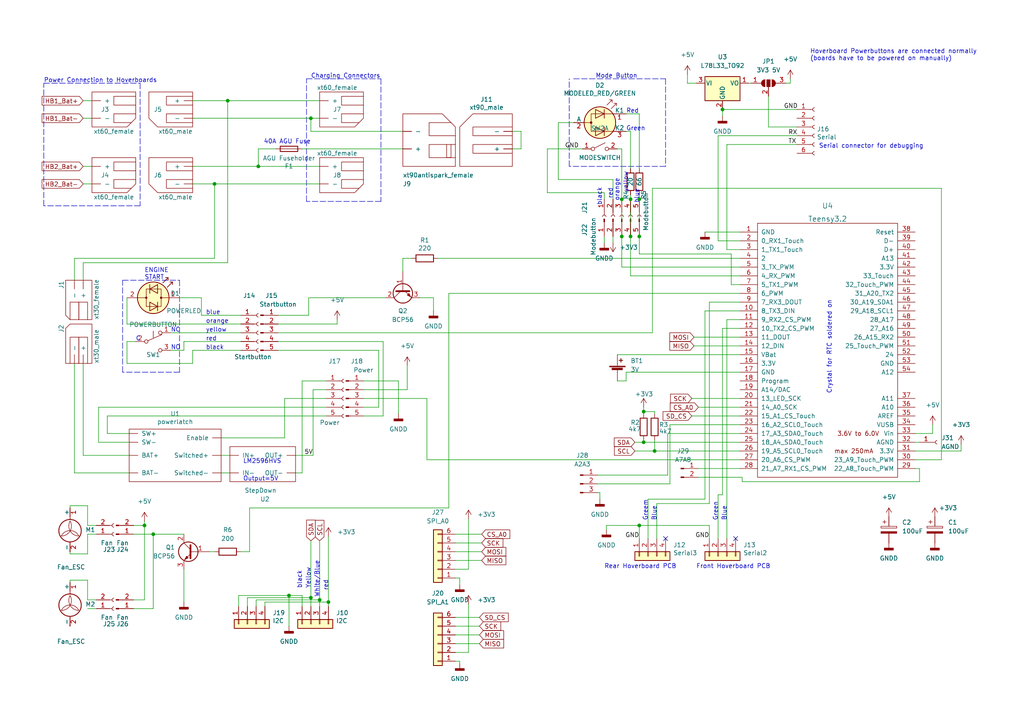
<source format=kicad_sch>
(kicad_sch (version 20211123) (generator eeschema)

  (uuid 00e38d63-5436-49db-81f5-697421f168fc)

  (paper "A4")

  

  (junction (at 62.23 53.34) (diameter 0) (color 0 0 0 0)
    (uuid 051b8cb0-ae77-4e09-98a7-bf2103319e66)
  )
  (junction (at 41.91 152.4) (diameter 0) (color 0 0 0 0)
    (uuid 08d3dd73-6f4c-4fc2-8e37-f281b85fe0d4)
  )
  (junction (at 92.71 173.99) (diameter 0) (color 0 0 0 0)
    (uuid 0b10b5dd-1068-4091-bac0-79652863a01e)
  )
  (junction (at 186.69 128.27) (diameter 0) (color 0 0 0 0)
    (uuid 0bb5c886-5f9c-4c29-83d9-f58a572fcd79)
  )
  (junction (at 90.17 34.29) (diameter 0) (color 0 0 0 0)
    (uuid 123968c6-74e7-4754-8c36-08ea08e42555)
  )
  (junction (at 44.45 154.94) (diameter 0) (color 0 0 0 0)
    (uuid 17f40a5c-3441-49ae-8b83-88ce922d0e3d)
  )
  (junction (at 182.88 57.785) (diameter 0) (color 0 0 0 0)
    (uuid 35351f64-441a-4f62-87d4-a200c91bb3de)
  )
  (junction (at 185.42 152.4) (diameter 0) (color 0 0 0 0)
    (uuid 38f3170a-b54c-4011-af49-381b27b9e9bb)
  )
  (junction (at 186.69 119.38) (diameter 0) (color 0 0 0 0)
    (uuid 40412e4d-fa67-404b-8675-fb145207776f)
  )
  (junction (at 185.42 68.58) (diameter 0) (color 0 0 0 0)
    (uuid 5037a3f1-8665-4753-8111-3cc5f01f527e)
  )
  (junction (at 83.82 172.72) (diameter 0) (color 0 0 0 0)
    (uuid 69403c96-f918-448f-9931-0f743ebdeac3)
  )
  (junction (at 74.93 48.26) (diameter 0) (color 0 0 0 0)
    (uuid 79451892-db6b-4999-916d-6392174ee493)
  )
  (junction (at 189.865 130.81) (diameter 0) (color 0 0 0 0)
    (uuid 8704d76b-52f1-45a4-966f-1d07e731c198)
  )
  (junction (at 185.42 57.785) (diameter 0) (color 0 0 0 0)
    (uuid 8b0c0bc4-8c66-4ee6-94d3-7711afdbbace)
  )
  (junction (at 209.55 31.75) (diameter 0) (color 0 0 0 0)
    (uuid 90b82718-91a8-42b9-8b5c-f55037401d9a)
  )
  (junction (at 182.88 68.58) (diameter 0) (color 0 0 0 0)
    (uuid 92ecfc54-4a5a-4f80-835f-341e5f4566e0)
  )
  (junction (at 180.34 57.785) (diameter 0) (color 0 0 0 0)
    (uuid 9654c0fa-eebe-4319-94a4-df6f955eea98)
  )
  (junction (at 180.34 68.58) (diameter 0) (color 0 0 0 0)
    (uuid 983cd6c3-109c-4c73-99a3-ba679cdd09e5)
  )
  (junction (at 95.25 174.625) (diameter 0) (color 0 0 0 0)
    (uuid ae42da24-02f4-42e7-8f2c-3c1c04118f9b)
  )
  (junction (at 90.17 173.355) (diameter 0) (color 0 0 0 0)
    (uuid e6bbf99a-2bfc-49bf-a0f1-56b03ff0b655)
  )
  (junction (at 66.04 29.21) (diameter 0) (color 0 0 0 0)
    (uuid fad4c712-0a2e-465d-a9f8-83d26bd66e37)
  )

  (no_connect (at 213.36 156.21) (uuid 57276367-9ce4-4738-88d7-6e8cb94c966c))
  (no_connect (at 193.04 156.21) (uuid 72b36951-3ec7-4569-9c88-cf9b4afe1cae))

  (wire (pts (xy 66.675 132.08) (xy 64.135 132.08))
    (stroke (width 0) (type default) (color 0 0 0 0))
    (uuid 009b5465-0a65-4237-93e7-eb65321eeb18)
  )
  (wire (pts (xy 55.88 101.6) (xy 69.85 101.6))
    (stroke (width 0) (type default) (color 0 0 0 0))
    (uuid 00f6ae70-94cc-4d50-aa7e-814bf3ec142c)
  )
  (wire (pts (xy 62.23 53.34) (xy 62.23 74.93))
    (stroke (width 0) (type default) (color 0 0 0 0))
    (uuid 02538207-54a8-4266-8d51-23871852b2ff)
  )
  (wire (pts (xy 158.75 43.18) (xy 158.75 55.88))
    (stroke (width 0) (type default) (color 0 0 0 0))
    (uuid 03b1ac56-3611-4584-aaf7-656eb89a5a58)
  )
  (wire (pts (xy 215.265 138.43) (xy 215.265 139.7))
    (stroke (width 0) (type default) (color 0 0 0 0))
    (uuid 03be6da5-418d-418a-bdc9-efc133e39230)
  )
  (wire (pts (xy 181.61 38.1) (xy 182.88 38.1))
    (stroke (width 0) (type default) (color 0 0 0 0))
    (uuid 03f57fb4-32a3-4bc6-85b9-fd8ece4a9592)
  )
  (wire (pts (xy 151.13 43.18) (xy 148.59 43.18))
    (stroke (width 0) (type default) (color 0 0 0 0))
    (uuid 04cf2f2c-74bf-400d-b4f6-201720df00ed)
  )
  (wire (pts (xy 185.42 57.785) (xy 185.42 68.58))
    (stroke (width 0) (type default) (color 0 0 0 0))
    (uuid 06407d5a-4471-4505-93e6-0953c197b726)
  )
  (wire (pts (xy 74.93 43.18) (xy 74.93 48.26))
    (stroke (width 0) (type default) (color 0 0 0 0))
    (uuid 083becc8-e25d-4206-9636-55457650bbe3)
  )
  (wire (pts (xy 132.08 167.64) (xy 133.35 167.64))
    (stroke (width 0) (type default) (color 0 0 0 0))
    (uuid 09ec5a1f-8168-4109-a329-ef099cef6d16)
  )
  (wire (pts (xy 83.82 172.72) (xy 69.215 172.72))
    (stroke (width 0) (type default) (color 0 0 0 0))
    (uuid 0a177102-b386-476a-bb78-cfa41e5981d4)
  )
  (polyline (pts (xy 12.7 59.69) (xy 12.7 24.13))
    (stroke (width 0) (type default) (color 0 0 0 0))
    (uuid 0b4c0f05-c855-4742-bad2-dbf645d5842b)
  )

  (wire (pts (xy 217.17 24.13) (xy 217.805 24.13))
    (stroke (width 0) (type default) (color 0 0 0 0))
    (uuid 0b759eb5-2b5d-497b-bde5-ba020c43a39d)
  )
  (wire (pts (xy 265.43 125.73) (xy 270.51 125.73))
    (stroke (width 0) (type default) (color 0 0 0 0))
    (uuid 0bf9b321-fb4d-49fd-9592-7ab5a99eb177)
  )
  (wire (pts (xy 90.17 156.845) (xy 90.17 173.355))
    (stroke (width 0) (type default) (color 0 0 0 0))
    (uuid 0cc9bf07-55b9-458f-b8aa-41b2f51fa940)
  )
  (wire (pts (xy 92.71 156.845) (xy 92.71 173.99))
    (stroke (width 0) (type default) (color 0 0 0 0))
    (uuid 0d5b0f48-7e11-42a1-aa49-31f1b69cb91d)
  )
  (wire (pts (xy 132.08 160.02) (xy 139.7 160.02))
    (stroke (width 0) (type default) (color 0 0 0 0))
    (uuid 0e78b584-2869-48ac-b293-95bd208efc94)
  )
  (wire (pts (xy 189.865 119.38) (xy 189.865 120.015))
    (stroke (width 0) (type default) (color 0 0 0 0))
    (uuid 0e95aa78-7bed-4b26-ac12-dbebf9e2b680)
  )
  (wire (pts (xy 31.115 120.65) (xy 31.115 125.73))
    (stroke (width 0) (type default) (color 0 0 0 0))
    (uuid 0f6a1023-ed00-4bd6-afef-ff227538c5e3)
  )
  (wire (pts (xy 177.8 52.07) (xy 177.8 57.785))
    (stroke (width 0) (type default) (color 0 0 0 0))
    (uuid 11274c77-8dea-42af-9338-4bcf2f325c89)
  )
  (wire (pts (xy 82.55 127) (xy 82.55 115.57))
    (stroke (width 0) (type default) (color 0 0 0 0))
    (uuid 1136c54b-6feb-40f7-ae6a-0f9521f82981)
  )
  (wire (pts (xy 37.465 125.73) (xy 31.115 125.73))
    (stroke (width 0) (type default) (color 0 0 0 0))
    (uuid 1199146e-a60b-416a-b503-e77d6d2892f9)
  )
  (wire (pts (xy 21.59 137.16) (xy 21.59 105.41))
    (stroke (width 0) (type default) (color 0 0 0 0))
    (uuid 12a24e86-2c38-4685-bba9-fff8dddb4cb0)
  )
  (wire (pts (xy 26.67 53.34) (xy 24.13 53.34))
    (stroke (width 0) (type default) (color 0 0 0 0))
    (uuid 12c8f4c9-cb79-4390-b96c-a717c693de17)
  )
  (wire (pts (xy 24.13 48.26) (xy 26.67 48.26))
    (stroke (width 0) (type default) (color 0 0 0 0))
    (uuid 12f8e43c-8f83-48d3-a9b5-5f3ebc0b6c43)
  )
  (wire (pts (xy 186.69 118.11) (xy 186.69 119.38))
    (stroke (width 0) (type default) (color 0 0 0 0))
    (uuid 13519fa0-f319-4568-9da1-27e7fc596e16)
  )
  (wire (pts (xy 265.43 135.89) (xy 266.7 135.89))
    (stroke (width 0) (type default) (color 0 0 0 0))
    (uuid 146a02b6-5fc7-4458-a9ed-fa5fc8409a2a)
  )
  (wire (pts (xy 20.32 146.685) (xy 25.4 146.685))
    (stroke (width 0) (type default) (color 0 0 0 0))
    (uuid 1542b558-bfe7-4e44-b051-52e954f089c4)
  )
  (wire (pts (xy 265.43 130.81) (xy 278.765 130.81))
    (stroke (width 0) (type default) (color 0 0 0 0))
    (uuid 15f2b6d5-48c4-4f31-8b9d-7d2668e7fe00)
  )
  (wire (pts (xy 209.55 95.25) (xy 209.55 143.51))
    (stroke (width 0) (type default) (color 0 0 0 0))
    (uuid 170a1464-a955-4bdc-927d-f8249fd0c04c)
  )
  (wire (pts (xy 66.04 29.21) (xy 66.04 76.2))
    (stroke (width 0) (type default) (color 0 0 0 0))
    (uuid 17ed3508-fa2e-4593-a799-bfd39a6cc14d)
  )
  (wire (pts (xy 127 74.93) (xy 214.63 74.93))
    (stroke (width 0) (type default) (color 0 0 0 0))
    (uuid 181e9518-7706-4189-a885-5e6e3aee3bb9)
  )
  (wire (pts (xy 265.43 128.27) (xy 266.7 128.27))
    (stroke (width 0) (type default) (color 0 0 0 0))
    (uuid 187ceecc-4d16-4960-b753-7e24ff594222)
  )
  (wire (pts (xy 173.99 142.875) (xy 173.99 144.78))
    (stroke (width 0) (type default) (color 0 0 0 0))
    (uuid 196efe40-82f5-438a-bcc9-0e94b5727172)
  )
  (wire (pts (xy 38.735 173.99) (xy 41.91 173.99))
    (stroke (width 0) (type default) (color 0 0 0 0))
    (uuid 1e6a20ef-296c-4f96-9891-ff8455ce839d)
  )
  (polyline (pts (xy 52.07 81.28) (xy 52.07 107.95))
    (stroke (width 0) (type default) (color 0 0 0 0))
    (uuid 1fbb0219-551e-409b-a61b-76e8cebdfb9d)
  )

  (wire (pts (xy 214.63 82.55) (xy 212.09 82.55))
    (stroke (width 0) (type default) (color 0 0 0 0))
    (uuid 1fe5bc2b-0fca-4819-a520-4615dfab4d15)
  )
  (wire (pts (xy 212.09 73.66) (xy 185.42 73.66))
    (stroke (width 0) (type default) (color 0 0 0 0))
    (uuid 21fbd3b0-5961-40f3-b1ce-d8df296cf360)
  )
  (wire (pts (xy 69.215 172.72) (xy 69.215 175.895))
    (stroke (width 0) (type default) (color 0 0 0 0))
    (uuid 25531609-ada1-438f-9524-2d6b2aacec2a)
  )
  (wire (pts (xy 215.265 139.7) (xy 266.7 139.7))
    (stroke (width 0) (type default) (color 0 0 0 0))
    (uuid 26051441-17bc-48e2-838a-cc6dd953b8d7)
  )
  (wire (pts (xy 20.32 168.275) (xy 25.4 168.275))
    (stroke (width 0) (type default) (color 0 0 0 0))
    (uuid 26301722-d82d-4669-b21f-04874a1fbca3)
  )
  (wire (pts (xy 132.08 191.77) (xy 133.35 191.77))
    (stroke (width 0) (type default) (color 0 0 0 0))
    (uuid 2721b0da-8699-4bf1-80bb-1d6b9e717c61)
  )
  (wire (pts (xy 214.63 85.09) (xy 130.175 85.09))
    (stroke (width 0) (type default) (color 0 0 0 0))
    (uuid 2762442d-9432-4074-b79b-8eeab3eaf9a7)
  )
  (polyline (pts (xy 40.64 24.13) (xy 40.64 59.69))
    (stroke (width 0) (type default) (color 0 0 0 0))
    (uuid 282c8e53-3acc-42f0-a92a-6aa976b97a93)
  )

  (wire (pts (xy 148.59 38.1) (xy 151.13 38.1))
    (stroke (width 0) (type default) (color 0 0 0 0))
    (uuid 2878a73c-5447-4cd9-8194-14f52ab9459c)
  )
  (wire (pts (xy 89.535 86.36) (xy 111.76 86.36))
    (stroke (width 0) (type default) (color 0 0 0 0))
    (uuid 28e146f5-f85f-47b5-94b5-a67c33d23635)
  )
  (wire (pts (xy 182.88 57.785) (xy 182.88 68.58))
    (stroke (width 0) (type default) (color 0 0 0 0))
    (uuid 2a71f78d-0911-4a41-a0ce-aa50e93d68c8)
  )
  (wire (pts (xy 161.925 35.56) (xy 161.925 52.07))
    (stroke (width 0) (type default) (color 0 0 0 0))
    (uuid 2b8b629c-53ef-4ac6-91d7-f1a071136889)
  )
  (wire (pts (xy 135.89 165.1) (xy 132.08 165.1))
    (stroke (width 0) (type default) (color 0 0 0 0))
    (uuid 2ba9fb94-a1fa-486c-8933-fbe2803c354e)
  )
  (wire (pts (xy 72.39 160.02) (xy 69.85 160.02))
    (stroke (width 0) (type default) (color 0 0 0 0))
    (uuid 2d84a257-2801-4282-83f8-8a08920949d3)
  )
  (wire (pts (xy 55.88 105.41) (xy 55.88 101.6))
    (stroke (width 0) (type default) (color 0 0 0 0))
    (uuid 2fd044b6-377e-455f-89e0-f4f69a117f77)
  )
  (wire (pts (xy 135.89 150.495) (xy 135.89 165.1))
    (stroke (width 0) (type default) (color 0 0 0 0))
    (uuid 3017e6b7-2d49-4427-9dc1-83cc27ee24a4)
  )
  (wire (pts (xy 185.42 152.4) (xy 185.42 156.21))
    (stroke (width 0) (type default) (color 0 0 0 0))
    (uuid 30c33e3e-fb78-498d-bffe-76273d527004)
  )
  (wire (pts (xy 209.55 31.75) (xy 209.55 33.655))
    (stroke (width 0) (type default) (color 0 0 0 0))
    (uuid 322a7fce-26c4-4bb5-ba5a-1688f26585cf)
  )
  (wire (pts (xy 80.645 96.52) (xy 189.23 96.52))
    (stroke (width 0) (type default) (color 0 0 0 0))
    (uuid 32380bb4-3280-497e-9558-7a21f00e00dd)
  )
  (wire (pts (xy 202.565 135.89) (xy 214.63 135.89))
    (stroke (width 0) (type default) (color 0 0 0 0))
    (uuid 328720cf-ed6a-48e4-9e7f-fa936343671b)
  )
  (wire (pts (xy 20.32 168.91) (xy 20.32 168.275))
    (stroke (width 0) (type default) (color 0 0 0 0))
    (uuid 33072d10-86aa-4a72-9898-01c2c9b5842e)
  )
  (wire (pts (xy 27.94 176.53) (xy 25.4 176.53))
    (stroke (width 0) (type default) (color 0 0 0 0))
    (uuid 34e399b2-48be-42f9-842e-e3b66c7c06bb)
  )
  (wire (pts (xy 209.55 143.51) (xy 208.28 143.51))
    (stroke (width 0) (type default) (color 0 0 0 0))
    (uuid 34eb38bf-2fc7-4a28-893e-3d3609a85d23)
  )
  (wire (pts (xy 41.91 151.13) (xy 41.91 152.4))
    (stroke (width 0) (type default) (color 0 0 0 0))
    (uuid 35a7735a-ee25-458f-bb48-cd448dcda5d3)
  )
  (wire (pts (xy 62.23 53.34) (xy 92.71 53.34))
    (stroke (width 0) (type default) (color 0 0 0 0))
    (uuid 35c09d1f-2914-4d1e-a002-df30af772f3b)
  )
  (wire (pts (xy 24.13 76.2) (xy 24.13 81.28))
    (stroke (width 0) (type default) (color 0 0 0 0))
    (uuid 35ef9c4a-35f6-467b-a704-b1d9354880cf)
  )
  (wire (pts (xy 25.4 154.94) (xy 25.4 160.655))
    (stroke (width 0) (type default) (color 0 0 0 0))
    (uuid 39ae077c-5133-4896-9953-71244e980cb5)
  )
  (wire (pts (xy 123.825 115.57) (xy 123.825 133.35))
    (stroke (width 0) (type default) (color 0 0 0 0))
    (uuid 39d7e422-7f67-4268-a2ed-2db52be51cae)
  )
  (wire (pts (xy 158.75 43.18) (xy 168.91 43.18))
    (stroke (width 0) (type default) (color 0 0 0 0))
    (uuid 3a41dd27-ec14-44d5-b505-aad1d829f79a)
  )
  (wire (pts (xy 38.735 154.94) (xy 44.45 154.94))
    (stroke (width 0) (type default) (color 0 0 0 0))
    (uuid 3bc3df81-b30e-4a41-a38c-bca401c1fdb4)
  )
  (wire (pts (xy 132.08 181.61) (xy 139.065 181.61))
    (stroke (width 0) (type default) (color 0 0 0 0))
    (uuid 3bce23fc-cdab-4616-8963-9c1f94f76e8b)
  )
  (wire (pts (xy 94.615 120.65) (xy 31.115 120.65))
    (stroke (width 0) (type default) (color 0 0 0 0))
    (uuid 3bdb6e74-df98-4382-9a1e-8b7b42de8b63)
  )
  (wire (pts (xy 132.08 184.15) (xy 139.065 184.15))
    (stroke (width 0) (type default) (color 0 0 0 0))
    (uuid 3be16d8f-c504-4be9-bb1b-a581c1c2e941)
  )
  (wire (pts (xy 199.39 24.13) (xy 199.39 21.59))
    (stroke (width 0) (type default) (color 0 0 0 0))
    (uuid 3cd14580-9b18-43b9-b012-256b77a63300)
  )
  (wire (pts (xy 24.13 132.08) (xy 37.465 132.08))
    (stroke (width 0) (type default) (color 0 0 0 0))
    (uuid 3e0392c0-affc-4114-9de5-1f1cfe79418a)
  )
  (wire (pts (xy 87.63 43.18) (xy 116.84 43.18))
    (stroke (width 0) (type default) (color 0 0 0 0))
    (uuid 3e3d55c8-e0ea-48fb-8421-a84b7cb7055b)
  )
  (wire (pts (xy 109.855 118.11) (xy 105.41 118.11))
    (stroke (width 0) (type default) (color 0 0 0 0))
    (uuid 40b818f1-4e71-4cf3-bfaf-cb1b72326814)
  )
  (wire (pts (xy 66.04 29.21) (xy 92.71 29.21))
    (stroke (width 0) (type default) (color 0 0 0 0))
    (uuid 422b10b9-e829-44a2-8808-05edd8cb3050)
  )
  (wire (pts (xy 92.71 173.99) (xy 74.295 173.99))
    (stroke (width 0) (type default) (color 0 0 0 0))
    (uuid 4254ab22-9d9b-4884-a1f8-0bb4242f8894)
  )
  (wire (pts (xy 270.51 125.73) (xy 270.51 123.19))
    (stroke (width 0) (type default) (color 0 0 0 0))
    (uuid 44a31d09-65ce-45e2-98f9-0649161b54b4)
  )
  (wire (pts (xy 158.75 55.88) (xy 175.26 55.88))
    (stroke (width 0) (type default) (color 0 0 0 0))
    (uuid 44d10368-2885-4218-b8f1-52a5fde92cb3)
  )
  (wire (pts (xy 214.63 77.47) (xy 180.34 77.47))
    (stroke (width 0) (type default) (color 0 0 0 0))
    (uuid 44dee830-40ed-4a00-8c4e-ba626f32dc1e)
  )
  (wire (pts (xy 25.4 168.275) (xy 25.4 173.99))
    (stroke (width 0) (type default) (color 0 0 0 0))
    (uuid 46fa1be4-d517-4eaf-a68b-dce661fc076c)
  )
  (wire (pts (xy 278.765 130.81) (xy 278.765 128.905))
    (stroke (width 0) (type default) (color 0 0 0 0))
    (uuid 474c69f2-d47e-44b5-9fe8-4f70b718e8d8)
  )
  (wire (pts (xy 90.17 38.1) (xy 90.17 34.29))
    (stroke (width 0) (type default) (color 0 0 0 0))
    (uuid 475ed8b3-90bf-48cd-bce5-d8f48b689541)
  )
  (wire (pts (xy 205.74 146.05) (xy 205.74 87.63))
    (stroke (width 0) (type default) (color 0 0 0 0))
    (uuid 49df14a4-9231-4e0c-8be6-325780f5026d)
  )
  (wire (pts (xy 89.535 91.44) (xy 89.535 86.36))
    (stroke (width 0) (type default) (color 0 0 0 0))
    (uuid 4abd83b2-2075-4fec-a627-5a1558b56d3f)
  )
  (wire (pts (xy 190.5 156.21) (xy 190.5 146.05))
    (stroke (width 0) (type default) (color 0 0 0 0))
    (uuid 4c843bdb-6c9e-40dd-85e2-0567846e18ba)
  )
  (wire (pts (xy 123.825 133.35) (xy 214.63 133.35))
    (stroke (width 0) (type default) (color 0 0 0 0))
    (uuid 4d35d179-1fe5-442a-89de-d0579ca2bbc5)
  )
  (wire (pts (xy 105.41 115.57) (xy 123.825 115.57))
    (stroke (width 0) (type default) (color 0 0 0 0))
    (uuid 4dbb109d-2431-40ac-8260-8df88fdef5cd)
  )
  (wire (pts (xy 184.15 128.27) (xy 186.69 128.27))
    (stroke (width 0) (type default) (color 0 0 0 0))
    (uuid 4fdf05e9-f289-448e-914a-b6881900d6c1)
  )
  (wire (pts (xy 90.17 173.355) (xy 90.17 175.895))
    (stroke (width 0) (type default) (color 0 0 0 0))
    (uuid 50511df0-cbe7-4439-9e9c-f26e04b637db)
  )
  (wire (pts (xy 189.23 54.61) (xy 189.23 96.52))
    (stroke (width 0) (type default) (color 0 0 0 0))
    (uuid 51909adb-2e51-4572-af12-85a12663ac96)
  )
  (wire (pts (xy 193.675 125.73) (xy 214.63 125.73))
    (stroke (width 0) (type default) (color 0 0 0 0))
    (uuid 530ea4c9-0761-4c55-b00d-e28a9768a955)
  )
  (wire (pts (xy 36.83 93.98) (xy 36.83 86.36))
    (stroke (width 0) (type default) (color 0 0 0 0))
    (uuid 53e34696-241f-47e5-a477-f469335c8a61)
  )
  (wire (pts (xy 58.42 91.44) (xy 69.85 91.44))
    (stroke (width 0) (type default) (color 0 0 0 0))
    (uuid 547eeec1-a95c-431b-95a4-2ff936d52170)
  )
  (wire (pts (xy 119.38 74.93) (xy 116.84 74.93))
    (stroke (width 0) (type default) (color 0 0 0 0))
    (uuid 54dfed87-fbe5-47ab-b620-2d6ba5ea0bcb)
  )
  (wire (pts (xy 87.63 172.72) (xy 83.82 172.72))
    (stroke (width 0) (type default) (color 0 0 0 0))
    (uuid 55c7ef39-b251-4a11-94d4-60a109929c6f)
  )
  (wire (pts (xy 205.74 152.4) (xy 205.74 156.21))
    (stroke (width 0) (type default) (color 0 0 0 0))
    (uuid 58d71c09-ba53-43d7-9fc9-7054806963d2)
  )
  (wire (pts (xy 177.8 68.58) (xy 177.8 70.485))
    (stroke (width 0) (type default) (color 0 0 0 0))
    (uuid 58dfd4b5-1213-4f4d-8f38-79c6f352f825)
  )
  (wire (pts (xy 36.83 99.06) (xy 36.83 105.41))
    (stroke (width 0) (type default) (color 0 0 0 0))
    (uuid 58e8a243-dbf1-46ec-a9ca-62db6c046a4b)
  )
  (wire (pts (xy 94.615 118.11) (xy 28.575 118.11))
    (stroke (width 0) (type default) (color 0 0 0 0))
    (uuid 5a040418-8644-4cf8-9de0-ba3624649e9e)
  )
  (wire (pts (xy 116.84 74.93) (xy 116.84 78.74))
    (stroke (width 0) (type default) (color 0 0 0 0))
    (uuid 5a1c01fb-cf82-4e17-9a62-00e0a3adba47)
  )
  (wire (pts (xy 182.88 68.58) (xy 182.88 80.01))
    (stroke (width 0) (type default) (color 0 0 0 0))
    (uuid 5ae7ec9d-f872-4d2d-a4c4-ccac7b92dc87)
  )
  (wire (pts (xy 94.615 113.03) (xy 90.805 113.03))
    (stroke (width 0) (type default) (color 0 0 0 0))
    (uuid 5b15d041-2d51-4c90-8164-397806011835)
  )
  (wire (pts (xy 95.25 174.625) (xy 95.25 175.895))
    (stroke (width 0) (type default) (color 0 0 0 0))
    (uuid 5c3c20ac-7d6a-4a6a-8d79-b176608d957f)
  )
  (wire (pts (xy 76.835 175.895) (xy 76.835 174.625))
    (stroke (width 0) (type default) (color 0 0 0 0))
    (uuid 5dba2df1-c0a7-451c-ad63-7260d7b1f5a8)
  )
  (wire (pts (xy 55.88 29.21) (xy 66.04 29.21))
    (stroke (width 0) (type default) (color 0 0 0 0))
    (uuid 5f312b85-6822-40a3-b417-2df49696ca2d)
  )
  (wire (pts (xy 24.13 29.21) (xy 26.67 29.21))
    (stroke (width 0) (type default) (color 0 0 0 0))
    (uuid 5f38bdb2-3657-474e-8e86-d6bb0b298110)
  )
  (wire (pts (xy 74.295 173.99) (xy 74.295 175.895))
    (stroke (width 0) (type default) (color 0 0 0 0))
    (uuid 6064ea35-013e-4b86-a6c4-39586d23a64c)
  )
  (wire (pts (xy 182.88 56.515) (xy 182.88 57.785))
    (stroke (width 0) (type default) (color 0 0 0 0))
    (uuid 613cedd3-6317-45b7-905c-7688baf53bf3)
  )
  (wire (pts (xy 209.55 31.75) (xy 231.14 31.75))
    (stroke (width 0) (type default) (color 0 0 0 0))
    (uuid 6202b522-e646-49af-83e4-b5d7844d80bd)
  )
  (wire (pts (xy 25.4 146.685) (xy 25.4 152.4))
    (stroke (width 0) (type default) (color 0 0 0 0))
    (uuid 62880b37-7f4d-4027-be35-87ea11b9bfce)
  )
  (wire (pts (xy 115.57 120.015) (xy 115.57 110.49))
    (stroke (width 0) (type default) (color 0 0 0 0))
    (uuid 62a6d334-f451-48c1-bbb3-2e2aacab4352)
  )
  (wire (pts (xy 194.31 123.19) (xy 214.63 123.19))
    (stroke (width 0) (type default) (color 0 0 0 0))
    (uuid 62bfa5ee-896d-42a1-8a5e-5e1301811401)
  )
  (wire (pts (xy 25.4 173.99) (xy 27.94 173.99))
    (stroke (width 0) (type default) (color 0 0 0 0))
    (uuid 62c26a31-4bf5-4a49-846e-2a9deae7bdd9)
  )
  (wire (pts (xy 182.88 38.1) (xy 182.88 48.895))
    (stroke (width 0) (type default) (color 0 0 0 0))
    (uuid 62e8c4d4-266c-4e53-8981-1028251d724c)
  )
  (wire (pts (xy 208.28 69.85) (xy 208.28 39.37))
    (stroke (width 0) (type default) (color 0 0 0 0))
    (uuid 63884a0c-3153-4b16-b576-b3d0570549ad)
  )
  (wire (pts (xy 130.175 85.09) (xy 130.175 147.32))
    (stroke (width 0) (type default) (color 0 0 0 0))
    (uuid 649506bc-e737-4d40-826c-c9ae6cf7999f)
  )
  (wire (pts (xy 204.47 90.17) (xy 204.47 144.78))
    (stroke (width 0) (type default) (color 0 0 0 0))
    (uuid 64a82c13-23a0-425e-9d2f-c51801b5f76e)
  )
  (wire (pts (xy 37.465 137.16) (xy 21.59 137.16))
    (stroke (width 0) (type default) (color 0 0 0 0))
    (uuid 6513181c-0a6a-4560-9a18-17450c36ae2a)
  )
  (wire (pts (xy 38.735 176.53) (xy 44.45 176.53))
    (stroke (width 0) (type default) (color 0 0 0 0))
    (uuid 655a4dd6-df89-48f2-a803-643990d058bd)
  )
  (wire (pts (xy 208.28 39.37) (xy 231.14 39.37))
    (stroke (width 0) (type default) (color 0 0 0 0))
    (uuid 65b9a046-bb8f-42cd-b846-d3362b0ef51f)
  )
  (wire (pts (xy 175.895 152.4) (xy 185.42 152.4))
    (stroke (width 0) (type default) (color 0 0 0 0))
    (uuid 68422ffc-83e4-42e5-b1dc-f3b10be98daf)
  )
  (polyline (pts (xy 165.1 48.26) (xy 165.1 22.86))
    (stroke (width 0) (type default) (color 0 0 0 0))
    (uuid 6ac3ab53-7523-4805-bfd2-5de19dff127e)
  )

  (wire (pts (xy 202.565 118.11) (xy 214.63 118.11))
    (stroke (width 0) (type default) (color 0 0 0 0))
    (uuid 6b341153-e6a9-446e-a41f-f0b6803ef98d)
  )
  (wire (pts (xy 133.35 167.64) (xy 133.35 169.545))
    (stroke (width 0) (type default) (color 0 0 0 0))
    (uuid 6bb2c937-e8ff-43d0-9b06-456594eb25e9)
  )
  (wire (pts (xy 36.83 99.06) (xy 39.37 99.06))
    (stroke (width 0) (type default) (color 0 0 0 0))
    (uuid 6bd115d6-07e0-45db-8f2e-3cbb0429104f)
  )
  (wire (pts (xy 125.73 86.36) (xy 125.73 90.17))
    (stroke (width 0) (type default) (color 0 0 0 0))
    (uuid 6cb93665-0bcd-4104-8633-fffd1811eee0)
  )
  (wire (pts (xy 204.47 67.31) (xy 214.63 67.31))
    (stroke (width 0) (type default) (color 0 0 0 0))
    (uuid 6d660d44-2237-493b-a881-7e0ebb385c2c)
  )
  (wire (pts (xy 115.57 110.49) (xy 105.41 110.49))
    (stroke (width 0) (type default) (color 0 0 0 0))
    (uuid 6fb78646-375d-4e04-bdf3-192bdf9fa3e4)
  )
  (wire (pts (xy 214.63 90.17) (xy 204.47 90.17))
    (stroke (width 0) (type default) (color 0 0 0 0))
    (uuid 6fe0cc28-1be0-4954-b1df-068cf34b34b8)
  )
  (wire (pts (xy 187.96 156.21) (xy 187.96 144.78))
    (stroke (width 0) (type default) (color 0 0 0 0))
    (uuid 6ffdf05e-e119-49f9-85e9-13e4901df42a)
  )
  (wire (pts (xy 20.32 160.655) (xy 20.32 160.02))
    (stroke (width 0) (type default) (color 0 0 0 0))
    (uuid 707520b4-cacf-45dc-bb64-b15608f9208f)
  )
  (wire (pts (xy 38.735 152.4) (xy 41.91 152.4))
    (stroke (width 0) (type default) (color 0 0 0 0))
    (uuid 716ce140-e601-44e8-935e-856b42be6077)
  )
  (wire (pts (xy 186.69 119.38) (xy 189.865 119.38))
    (stroke (width 0) (type default) (color 0 0 0 0))
    (uuid 719e9152-e8ec-4038-bff3-e10dc6873da6)
  )
  (wire (pts (xy 111.125 120.65) (xy 111.125 99.06))
    (stroke (width 0) (type default) (color 0 0 0 0))
    (uuid 71b43be9-08f7-4641-91ab-0e786ed1182f)
  )
  (wire (pts (xy 80.01 43.18) (xy 74.93 43.18))
    (stroke (width 0) (type default) (color 0 0 0 0))
    (uuid 725cdf26-4b92-46db-bca9-10d930002dda)
  )
  (wire (pts (xy 80.645 101.6) (xy 109.855 101.6))
    (stroke (width 0) (type default) (color 0 0 0 0))
    (uuid 72c5b5dc-7d0c-4e1d-aa45-7f2d6eeb3e27)
  )
  (wire (pts (xy 189.865 130.81) (xy 214.63 130.81))
    (stroke (width 0) (type default) (color 0 0 0 0))
    (uuid 7468e343-8d98-49cd-b0f3-87e6dfd3c57b)
  )
  (wire (pts (xy 180.34 43.18) (xy 180.34 57.785))
    (stroke (width 0) (type default) (color 0 0 0 0))
    (uuid 75c8508a-aa91-42ac-a3e8-5f7b38c6618f)
  )
  (wire (pts (xy 20.32 160.655) (xy 25.4 160.655))
    (stroke (width 0) (type default) (color 0 0 0 0))
    (uuid 782ab777-440f-4045-a4c0-f73ddee70716)
  )
  (wire (pts (xy 118.11 113.03) (xy 105.41 113.03))
    (stroke (width 0) (type default) (color 0 0 0 0))
    (uuid 78fc26a2-c6aa-4020-b71c-d7cbb33d50cf)
  )
  (wire (pts (xy 161.925 35.56) (xy 166.37 35.56))
    (stroke (width 0) (type default) (color 0 0 0 0))
    (uuid 7a2b8997-41f5-4d37-9b4a-91e13dfae36c)
  )
  (wire (pts (xy 74.93 48.26) (xy 92.71 48.26))
    (stroke (width 0) (type default) (color 0 0 0 0))
    (uuid 7acd513a-187b-4936-9f93-2e521ce33ad5)
  )
  (polyline (pts (xy 52.07 107.95) (xy 35.56 107.95))
    (stroke (width 0) (type default) (color 0 0 0 0))
    (uuid 7bfba61b-6752-4a45-9ee6-5984dcb15041)
  )

  (wire (pts (xy 82.55 115.57) (xy 94.615 115.57))
    (stroke (width 0) (type default) (color 0 0 0 0))
    (uuid 7dfa12dd-0cd0-4759-964c-4ba3aef8bb58)
  )
  (wire (pts (xy 175.26 68.58) (xy 175.26 70.485))
    (stroke (width 0) (type default) (color 0 0 0 0))
    (uuid 7f1579b0-7b58-4eea-a427-d38d2582d3aa)
  )
  (wire (pts (xy 60.96 160.02) (xy 62.23 160.02))
    (stroke (width 0) (type default) (color 0 0 0 0))
    (uuid 7f664a3c-9748-45a7-a189-4712ada62fe7)
  )
  (wire (pts (xy 265.43 133.35) (xy 273.05 133.35))
    (stroke (width 0) (type default) (color 0 0 0 0))
    (uuid 81d962a1-f4fc-43bc-9dbe-9b5a35c18019)
  )
  (wire (pts (xy 90.805 113.03) (xy 90.805 132.08))
    (stroke (width 0) (type default) (color 0 0 0 0))
    (uuid 823c34d4-e27b-470a-9b98-977c836aa764)
  )
  (polyline (pts (xy 40.64 59.69) (xy 12.7 59.69))
    (stroke (width 0) (type default) (color 0 0 0 0))
    (uuid 83c5181e-f5ee-453c-ae5c-d7256ba8837d)
  )

  (wire (pts (xy 181.61 33.02) (xy 185.42 33.02))
    (stroke (width 0) (type default) (color 0 0 0 0))
    (uuid 844d7d7a-b386-45a8-aaf6-bf41bbcb43b5)
  )
  (wire (pts (xy 173.355 140.335) (xy 194.31 140.335))
    (stroke (width 0) (type default) (color 0 0 0 0))
    (uuid 85827b25-c667-4d1b-8921-52bdc5430650)
  )
  (wire (pts (xy 53.34 165.1) (xy 53.34 174.625))
    (stroke (width 0) (type default) (color 0 0 0 0))
    (uuid 885d043f-b4c9-4eb2-820d-d417cb4bc866)
  )
  (polyline (pts (xy 88.9 22.86) (xy 110.49 22.86))
    (stroke (width 0) (type default) (color 0 0 0 0))
    (uuid 888fd7cb-2fc6-480c-bcfa-0b71303087d3)
  )

  (wire (pts (xy 71.755 173.355) (xy 90.17 173.355))
    (stroke (width 0) (type default) (color 0 0 0 0))
    (uuid 89607785-50a6-412e-9773-1e085f5b77fa)
  )
  (wire (pts (xy 36.83 93.98) (xy 69.85 93.98))
    (stroke (width 0) (type default) (color 0 0 0 0))
    (uuid 8aeae536-fd36-430e-be47-1a856eced2fc)
  )
  (wire (pts (xy 87.63 110.49) (xy 94.615 110.49))
    (stroke (width 0) (type default) (color 0 0 0 0))
    (uuid 8b61a8d2-0056-4f41-829d-4d87fa944b28)
  )
  (wire (pts (xy 28.575 118.11) (xy 28.575 128.27))
    (stroke (width 0) (type default) (color 0 0 0 0))
    (uuid 8b99dc7a-2e02-445b-a6cf-b55663646f65)
  )
  (wire (pts (xy 181.61 110.49) (xy 179.07 110.49))
    (stroke (width 0) (type default) (color 0 0 0 0))
    (uuid 8cb3cff4-5ab5-48e7-bf9f-51e859cf7f20)
  )
  (wire (pts (xy 71.755 175.895) (xy 71.755 173.355))
    (stroke (width 0) (type default) (color 0 0 0 0))
    (uuid 8d023456-8ad9-4f7e-897d-e73ffdb4933e)
  )
  (wire (pts (xy 55.88 48.26) (xy 74.93 48.26))
    (stroke (width 0) (type default) (color 0 0 0 0))
    (uuid 8e295ed4-82cb-4d9f-8888-7ad2dd4d5129)
  )
  (wire (pts (xy 222.885 27.94) (xy 222.885 36.83))
    (stroke (width 0) (type default) (color 0 0 0 0))
    (uuid 90e4b67e-0a6e-42bc-93bf-45939b80c9b6)
  )
  (wire (pts (xy 179.07 43.18) (xy 180.34 43.18))
    (stroke (width 0) (type default) (color 0 0 0 0))
    (uuid 90e761f6-1432-4f73-ad28-fa8869b7ec31)
  )
  (wire (pts (xy 118.11 106.045) (xy 118.11 113.03))
    (stroke (width 0) (type default) (color 0 0 0 0))
    (uuid 940380cb-8cf9-45b8-b600-7d8ce8a785d6)
  )
  (wire (pts (xy 151.13 38.1) (xy 151.13 43.18))
    (stroke (width 0) (type default) (color 0 0 0 0))
    (uuid 955cc99e-a129-42cf-abc7-aa99813fdb5f)
  )
  (wire (pts (xy 229.235 22.86) (xy 229.235 24.13))
    (stroke (width 0) (type default) (color 0 0 0 0))
    (uuid 95e06b65-459a-4ab7-a258-2019fd7c750c)
  )
  (wire (pts (xy 53.34 99.06) (xy 69.85 99.06))
    (stroke (width 0) (type default) (color 0 0 0 0))
    (uuid 965dcc1b-b3f1-4059-96bc-33cc40cfb1c9)
  )
  (wire (pts (xy 132.08 189.23) (xy 135.89 189.23))
    (stroke (width 0) (type default) (color 0 0 0 0))
    (uuid 96b1672c-107c-4f66-9cdb-f0ef0147a931)
  )
  (wire (pts (xy 21.59 74.93) (xy 62.23 74.93))
    (stroke (width 0) (type default) (color 0 0 0 0))
    (uuid 974c48bf-534e-4335-98e1-b0426c783e99)
  )
  (wire (pts (xy 201.295 97.79) (xy 214.63 97.79))
    (stroke (width 0) (type default) (color 0 0 0 0))
    (uuid 97b85742-d338-4986-b5da-fb7c945b794b)
  )
  (wire (pts (xy 181.61 107.95) (xy 181.61 110.49))
    (stroke (width 0) (type default) (color 0 0 0 0))
    (uuid 983222ce-bc82-4fbc-a4be-4b8a3f9905a5)
  )
  (wire (pts (xy 64.135 127) (xy 82.55 127))
    (stroke (width 0) (type default) (color 0 0 0 0))
    (uuid 98b00c9d-9188-4bce-aa70-92d12dd9cf82)
  )
  (wire (pts (xy 55.88 53.34) (xy 62.23 53.34))
    (stroke (width 0) (type default) (color 0 0 0 0))
    (uuid 99186658-0361-40ba-ae93-62f23c5622e6)
  )
  (polyline (pts (xy 35.56 81.28) (xy 52.07 81.28))
    (stroke (width 0) (type default) (color 0 0 0 0))
    (uuid 99332785-d9f1-4363-9377-26ddc18e6d2c)
  )

  (wire (pts (xy 204.47 144.78) (xy 187.96 144.78))
    (stroke (width 0) (type default) (color 0 0 0 0))
    (uuid 99837fd0-a0a4-4343-8445-986091adde32)
  )
  (wire (pts (xy 97.79 93.98) (xy 97.79 92.71))
    (stroke (width 0) (type default) (color 0 0 0 0))
    (uuid 9992e006-0501-402a-9275-a5a0d8af71f1)
  )
  (polyline (pts (xy 35.56 107.95) (xy 35.56 81.28))
    (stroke (width 0) (type default) (color 0 0 0 0))
    (uuid 99dfa524-0366-4808-b4e8-328fc38e8656)
  )

  (wire (pts (xy 190.5 146.05) (xy 205.74 146.05))
    (stroke (width 0) (type default) (color 0 0 0 0))
    (uuid 9a970ac1-63cf-40d6-bc9a-be6411b01438)
  )
  (wire (pts (xy 179.07 102.87) (xy 214.63 102.87))
    (stroke (width 0) (type default) (color 0 0 0 0))
    (uuid 9d671c06-86f9-4e89-a7da-6f87b0b7d806)
  )
  (wire (pts (xy 20.32 147.32) (xy 20.32 146.685))
    (stroke (width 0) (type default) (color 0 0 0 0))
    (uuid 9ed2e82a-459f-49e0-a3a3-7e6e749f942c)
  )
  (polyline (pts (xy 193.04 22.86) (xy 193.04 48.26))
    (stroke (width 0) (type default) (color 0 0 0 0))
    (uuid a07b6b2b-7179-4297-b163-5e47ffbe76d3)
  )

  (wire (pts (xy 72.39 147.32) (xy 72.39 160.02))
    (stroke (width 0) (type default) (color 0 0 0 0))
    (uuid a1d929f8-3a0d-4870-a15e-1c1a86c261e8)
  )
  (wire (pts (xy 214.63 80.01) (xy 182.88 80.01))
    (stroke (width 0) (type default) (color 0 0 0 0))
    (uuid a2ce8f9b-adf1-448a-bac0-2619d7ebe60c)
  )
  (wire (pts (xy 185.42 33.02) (xy 185.42 48.895))
    (stroke (width 0) (type default) (color 0 0 0 0))
    (uuid a62609cd-29b7-4918-b97d-7b2404ba61cf)
  )
  (polyline (pts (xy 110.49 22.86) (xy 110.49 58.42))
    (stroke (width 0) (type default) (color 0 0 0 0))
    (uuid a92f3b72-ed6d-4d99-9da6-35771bec3c77)
  )

  (wire (pts (xy 76.835 174.625) (xy 95.25 174.625))
    (stroke (width 0) (type default) (color 0 0 0 0))
    (uuid a9ca165e-67b7-4a4f-a54c-ac2675edd3b2)
  )
  (wire (pts (xy 66.675 137.16) (xy 64.135 137.16))
    (stroke (width 0) (type default) (color 0 0 0 0))
    (uuid aa130053-a451-4f12-97f7-3d4d891a5f83)
  )
  (polyline (pts (xy 110.49 58.42) (xy 88.9 58.42))
    (stroke (width 0) (type default) (color 0 0 0 0))
    (uuid aa1c6f47-cbd4-4cbd-8265-e5ac08b7ffc8)
  )

  (wire (pts (xy 200.66 120.65) (xy 214.63 120.65))
    (stroke (width 0) (type default) (color 0 0 0 0))
    (uuid aa2eacdf-1a2e-4d23-b912-06ac5f7ded68)
  )
  (wire (pts (xy 132.08 154.94) (xy 139.7 154.94))
    (stroke (width 0) (type default) (color 0 0 0 0))
    (uuid ab0f8664-d5a3-4b53-8cc3-378b631c9ad2)
  )
  (wire (pts (xy 44.45 176.53) (xy 44.45 154.94))
    (stroke (width 0) (type default) (color 0 0 0 0))
    (uuid ab9204f6-3305-4fe4-b4ac-f575a6713586)
  )
  (wire (pts (xy 28.575 128.27) (xy 37.465 128.27))
    (stroke (width 0) (type default) (color 0 0 0 0))
    (uuid adefd5fd-1346-4fc3-a57d-6354539839d7)
  )
  (wire (pts (xy 201.295 100.33) (xy 214.63 100.33))
    (stroke (width 0) (type default) (color 0 0 0 0))
    (uuid adf5cd69-75e2-44f4-b1c3-4e8793ef0d28)
  )
  (wire (pts (xy 41.91 152.4) (xy 41.91 173.99))
    (stroke (width 0) (type default) (color 0 0 0 0))
    (uuid b0660e11-ddb6-4a62-be7e-ad208b979ad4)
  )
  (wire (pts (xy 175.895 152.4) (xy 175.895 153.67))
    (stroke (width 0) (type default) (color 0 0 0 0))
    (uuid b0662d8d-790a-4837-b04c-d8dff48e41b3)
  )
  (wire (pts (xy 205.74 87.63) (xy 214.63 87.63))
    (stroke (width 0) (type default) (color 0 0 0 0))
    (uuid b09ae3e0-9b16-4a90-b478-4499f6711690)
  )
  (wire (pts (xy 132.08 157.48) (xy 139.7 157.48))
    (stroke (width 0) (type default) (color 0 0 0 0))
    (uuid b16abbd0-e4cb-40d4-98e5-66d17adc4be4)
  )
  (wire (pts (xy 210.82 92.71) (xy 210.82 156.21))
    (stroke (width 0) (type default) (color 0 0 0 0))
    (uuid b1eaf136-b1ad-42e8-be46-7f4e8def2e37)
  )
  (wire (pts (xy 80.645 91.44) (xy 89.535 91.44))
    (stroke (width 0) (type default) (color 0 0 0 0))
    (uuid b1eb6044-90f9-45c4-bcd7-fc6d92ca931d)
  )
  (wire (pts (xy 210.82 41.91) (xy 210.82 72.39))
    (stroke (width 0) (type default) (color 0 0 0 0))
    (uuid b2c14d5a-b0fd-41f3-b660-f8ce92051c01)
  )
  (wire (pts (xy 105.41 120.65) (xy 111.125 120.65))
    (stroke (width 0) (type default) (color 0 0 0 0))
    (uuid b4314ea9-04bb-4268-962f-e7396df6ea02)
  )
  (wire (pts (xy 27.94 154.94) (xy 25.4 154.94))
    (stroke (width 0) (type default) (color 0 0 0 0))
    (uuid b571e1d8-c5c1-48ac-a7e3-34664a01c974)
  )
  (wire (pts (xy 186.69 119.38) (xy 186.69 120.015))
    (stroke (width 0) (type default) (color 0 0 0 0))
    (uuid b67e1b48-8c27-4c21-990d-f9ebbc1e0597)
  )
  (wire (pts (xy 80.645 93.98) (xy 97.79 93.98))
    (stroke (width 0) (type default) (color 0 0 0 0))
    (uuid b7e38b71-6d85-4ad8-86ce-f4ab1ba6f773)
  )
  (wire (pts (xy 161.925 52.07) (xy 177.8 52.07))
    (stroke (width 0) (type default) (color 0 0 0 0))
    (uuid b9858390-3c52-4708-9763-39c76728af56)
  )
  (wire (pts (xy 130.175 147.32) (xy 72.39 147.32))
    (stroke (width 0) (type default) (color 0 0 0 0))
    (uuid b9a83e65-82a0-4c2a-b56b-bce5009d20f7)
  )
  (wire (pts (xy 95.25 155.575) (xy 95.25 174.625))
    (stroke (width 0) (type default) (color 0 0 0 0))
    (uuid ba24d722-243f-45ee-b521-7865e70d35e3)
  )
  (wire (pts (xy 201.93 24.13) (xy 199.39 24.13))
    (stroke (width 0) (type default) (color 0 0 0 0))
    (uuid bc33c945-8510-4f7a-9a27-249be5964af0)
  )
  (wire (pts (xy 184.15 130.81) (xy 189.865 130.81))
    (stroke (width 0) (type default) (color 0 0 0 0))
    (uuid bc7a2468-32b3-4b79-85cd-4436ca556dc4)
  )
  (wire (pts (xy 273.05 54.61) (xy 189.23 54.61))
    (stroke (width 0) (type default) (color 0 0 0 0))
    (uuid bd33b194-268e-44c3-b0b1-b7463d83fbac)
  )
  (wire (pts (xy 132.08 179.07) (xy 139.065 179.07))
    (stroke (width 0) (type default) (color 0 0 0 0))
    (uuid bf2d9170-305c-4572-8df6-eade0284a305)
  )
  (wire (pts (xy 49.53 96.52) (xy 69.85 96.52))
    (stroke (width 0) (type default) (color 0 0 0 0))
    (uuid c05406da-4334-464f-bb93-fbd722076165)
  )
  (wire (pts (xy 132.08 186.69) (xy 139.065 186.69))
    (stroke (width 0) (type default) (color 0 0 0 0))
    (uuid c3d7ef96-01f7-4013-b5ae-83025d220958)
  )
  (wire (pts (xy 185.42 152.4) (xy 205.74 152.4))
    (stroke (width 0) (type default) (color 0 0 0 0))
    (uuid c3df6ceb-e872-4ab1-aee6-ba2bcf639497)
  )
  (wire (pts (xy 200.66 115.57) (xy 214.63 115.57))
    (stroke (width 0) (type default) (color 0 0 0 0))
    (uuid c3f5a2f0-2616-416d-8494-b3bd672417e3)
  )
  (wire (pts (xy 193.675 125.73) (xy 193.675 137.795))
    (stroke (width 0) (type default) (color 0 0 0 0))
    (uuid c8f783f8-9603-4e67-84ef-a9d755348b75)
  )
  (wire (pts (xy 49.53 101.6) (xy 53.34 101.6))
    (stroke (width 0) (type default) (color 0 0 0 0))
    (uuid c9f71875-1856-43c2-b1fb-5a3dbed48c46)
  )
  (wire (pts (xy 214.63 69.85) (xy 208.28 69.85))
    (stroke (width 0) (type default) (color 0 0 0 0))
    (uuid ca4978dc-e8c9-435b-870d-c73495b4384d)
  )
  (wire (pts (xy 133.35 191.77) (xy 133.35 192.405))
    (stroke (width 0) (type default) (color 0 0 0 0))
    (uuid cb23987e-7f68-4b0c-b8d0-70a75811cf17)
  )
  (wire (pts (xy 208.28 143.51) (xy 208.28 156.21))
    (stroke (width 0) (type default) (color 0 0 0 0))
    (uuid cb9cdea3-d2ff-4b19-845c-07985c9f22e6)
  )
  (wire (pts (xy 180.34 68.58) (xy 180.34 77.47))
    (stroke (width 0) (type default) (color 0 0 0 0))
    (uuid ce10504d-a63c-4d11-a970-6128f7507135)
  )
  (wire (pts (xy 24.13 105.41) (xy 24.13 132.08))
    (stroke (width 0) (type default) (color 0 0 0 0))
    (uuid cf815d51-c956-4c5a-adde-c373cb025b07)
  )
  (wire (pts (xy 44.45 154.94) (xy 53.34 154.94))
    (stroke (width 0) (type default) (color 0 0 0 0))
    (uuid cf8ce376-1dc2-4e5b-8ab1-3a02234fb178)
  )
  (wire (pts (xy 210.82 92.71) (xy 214.63 92.71))
    (stroke (width 0) (type default) (color 0 0 0 0))
    (uuid cfaa8d7b-946b-42b3-bb23-43e16d31c1d7)
  )
  (wire (pts (xy 58.42 86.36) (xy 58.42 91.44))
    (stroke (width 0) (type default) (color 0 0 0 0))
    (uuid cfff0e3d-b702-4b96-b9ca-ab50c04387cd)
  )
  (wire (pts (xy 214.63 95.25) (xy 209.55 95.25))
    (stroke (width 0) (type default) (color 0 0 0 0))
    (uuid d0fa14a9-87a1-4c41-979e-8cc67abc98e7)
  )
  (polyline (pts (xy 193.04 48.26) (xy 165.1 48.26))
    (stroke (width 0) (type default) (color 0 0 0 0))
    (uuid d1a9be32-38ba-44e6-bc35-f031541ab1fe)
  )

  (wire (pts (xy 36.83 105.41) (xy 55.88 105.41))
    (stroke (width 0) (type default) (color 0 0 0 0))
    (uuid d2426135-d731-4d3b-8194-196fcabad088)
  )
  (wire (pts (xy 109.855 101.6) (xy 109.855 118.11))
    (stroke (width 0) (type default) (color 0 0 0 0))
    (uuid d4bbff3a-357e-4a77-abb3-d366211a39d5)
  )
  (wire (pts (xy 222.885 36.83) (xy 231.14 36.83))
    (stroke (width 0) (type default) (color 0 0 0 0))
    (uuid d4c4a6d4-312a-473f-9ac0-cd0cc0d61156)
  )
  (wire (pts (xy 194.31 140.335) (xy 194.31 123.19))
    (stroke (width 0) (type default) (color 0 0 0 0))
    (uuid d6d27c3a-dbdc-4808-b858-a2c258ecd68c)
  )
  (polyline (pts (xy 12.7 24.13) (xy 40.64 24.13))
    (stroke (width 0) (type default) (color 0 0 0 0))
    (uuid d72c89a6-7578-4468-964e-2a845431195f)
  )

  (wire (pts (xy 80.645 99.06) (xy 111.125 99.06))
    (stroke (width 0) (type default) (color 0 0 0 0))
    (uuid d838c7a0-f2b2-4541-972c-3faf8f6be30d)
  )
  (wire (pts (xy 266.7 139.7) (xy 266.7 135.89))
    (stroke (width 0) (type default) (color 0 0 0 0))
    (uuid d9c195cf-5e60-4687-81d6-a9802b6baceb)
  )
  (wire (pts (xy 121.92 86.36) (xy 125.73 86.36))
    (stroke (width 0) (type default) (color 0 0 0 0))
    (uuid dde8619c-5a8c-40eb-9845-65e6a654222d)
  )
  (wire (pts (xy 85.725 137.16) (xy 87.63 137.16))
    (stroke (width 0) (type default) (color 0 0 0 0))
    (uuid de370984-7922-4327-a0ba-7cd613995df4)
  )
  (wire (pts (xy 116.84 38.1) (xy 90.17 38.1))
    (stroke (width 0) (type default) (color 0 0 0 0))
    (uuid df2a6036-7274-4398-9365-148b6ddab90d)
  )
  (wire (pts (xy 210.82 41.91) (xy 231.14 41.91))
    (stroke (width 0) (type default) (color 0 0 0 0))
    (uuid df908da8-20d2-48c3-bc1c-93ded013675d)
  )
  (wire (pts (xy 83.82 172.72) (xy 83.82 181.61))
    (stroke (width 0) (type default) (color 0 0 0 0))
    (uuid e01c24b8-478f-434e-9bc7-8d440d86b2d1)
  )
  (wire (pts (xy 186.69 127.635) (xy 186.69 128.27))
    (stroke (width 0) (type default) (color 0 0 0 0))
    (uuid e027b8cc-c567-4f76-8e22-bec7fef7c720)
  )
  (wire (pts (xy 25.4 152.4) (xy 27.94 152.4))
    (stroke (width 0) (type default) (color 0 0 0 0))
    (uuid e0f7c076-422a-4954-b454-ebadc432b264)
  )
  (wire (pts (xy 173.355 142.875) (xy 173.99 142.875))
    (stroke (width 0) (type default) (color 0 0 0 0))
    (uuid e1afae85-306e-42bd-85a3-7a49d4649e8e)
  )
  (wire (pts (xy 24.13 76.2) (xy 66.04 76.2))
    (stroke (width 0) (type default) (color 0 0 0 0))
    (uuid e2b24e25-1a0d-434a-876b-c595b47d80d2)
  )
  (wire (pts (xy 90.805 132.08) (xy 85.725 132.08))
    (stroke (width 0) (type default) (color 0 0 0 0))
    (uuid e30feb4a-fbf6-4daf-98b5-732517c38662)
  )
  (wire (pts (xy 58.42 86.36) (xy 52.07 86.36))
    (stroke (width 0) (type default) (color 0 0 0 0))
    (uuid e5acb760-6425-450e-a53e-296f9e64c524)
  )
  (wire (pts (xy 229.235 24.13) (xy 227.965 24.13))
    (stroke (width 0) (type default) (color 0 0 0 0))
    (uuid e7ca093d-becf-48be-bcb1-fbd2cb0cb4d1)
  )
  (wire (pts (xy 212.09 82.55) (xy 212.09 73.66))
    (stroke (width 0) (type default) (color 0 0 0 0))
    (uuid e94ac4e7-5525-401b-b9bc-3d278c0c4dfb)
  )
  (wire (pts (xy 135.89 175.26) (xy 135.89 189.23))
    (stroke (width 0) (type default) (color 0 0 0 0))
    (uuid e9e5540b-6e27-4ccf-9c1c-d90ccd70998f)
  )
  (wire (pts (xy 26.67 34.29) (xy 24.13 34.29))
    (stroke (width 0) (type default) (color 0 0 0 0))
    (uuid eaa0d51a-ee4e-4d3a-a801-bddb7027e94c)
  )
  (polyline (pts (xy 166.37 22.86) (xy 193.04 22.86))
    (stroke (width 0) (type default) (color 0 0 0 0))
    (uuid ebca7c5e-ae52-43e5-ac6c-69a96a9a5b24)
  )

  (wire (pts (xy 92.71 173.99) (xy 92.71 175.895))
    (stroke (width 0) (type default) (color 0 0 0 0))
    (uuid ec345777-3fcb-485c-9c66-7db8bc2ec160)
  )
  (wire (pts (xy 55.88 34.29) (xy 90.17 34.29))
    (stroke (width 0) (type default) (color 0 0 0 0))
    (uuid ee29d712-3378-4507-a00b-003526b29bb1)
  )
  (wire (pts (xy 53.34 101.6) (xy 53.34 99.06))
    (stroke (width 0) (type default) (color 0 0 0 0))
    (uuid ee4886b5-3cb5-4c45-a3ce-dce386a58ae8)
  )
  (wire (pts (xy 210.82 72.39) (xy 214.63 72.39))
    (stroke (width 0) (type default) (color 0 0 0 0))
    (uuid eee5302c-d118-4535-b901-4b0c64ec0372)
  )
  (wire (pts (xy 193.675 137.795) (xy 173.355 137.795))
    (stroke (width 0) (type default) (color 0 0 0 0))
    (uuid f231868d-7f9d-4c70-b11c-09a356269a86)
  )
  (wire (pts (xy 185.42 68.58) (xy 185.42 73.66))
    (stroke (width 0) (type default) (color 0 0 0 0))
    (uuid f23d8215-83a5-4c14-8234-c623f2c219ac)
  )
  (wire (pts (xy 132.08 162.56) (xy 139.7 162.56))
    (stroke (width 0) (type default) (color 0 0 0 0))
    (uuid f2666a09-71bc-41f7-8113-e71fd587d788)
  )
  (polyline (pts (xy 88.9 58.42) (xy 88.9 22.86))
    (stroke (width 0) (type default) (color 0 0 0 0))
    (uuid f28e56e7-283b-4b9a-ae27-95e89770fbf8)
  )

  (wire (pts (xy 185.42 56.515) (xy 185.42 57.785))
    (stroke (width 0) (type default) (color 0 0 0 0))
    (uuid f3044f68-903d-4063-b253-30d8e3a83eae)
  )
  (wire (pts (xy 21.59 81.28) (xy 21.59 74.93))
    (stroke (width 0) (type default) (color 0 0 0 0))
    (uuid f357ddb5-3f44-43b0-b00d-d64f5c62ba4a)
  )
  (wire (pts (xy 189.865 127.635) (xy 189.865 130.81))
    (stroke (width 0) (type default) (color 0 0 0 0))
    (uuid f496a215-b81d-45e3-9134-ba08e2d5c22f)
  )
  (wire (pts (xy 175.26 55.88) (xy 175.26 57.785))
    (stroke (width 0) (type default) (color 0 0 0 0))
    (uuid f4bcada2-de59-4b6a-9c25-98af2d8af36a)
  )
  (wire (pts (xy 273.05 133.35) (xy 273.05 54.61))
    (stroke (width 0) (type default) (color 0 0 0 0))
    (uuid f4c4bc05-687f-492b-8ef6-1a7f11646128)
  )
  (wire (pts (xy 186.69 128.27) (xy 214.63 128.27))
    (stroke (width 0) (type default) (color 0 0 0 0))
    (uuid f8138d67-fb86-4aa2-b417-31f473dd1c8f)
  )
  (wire (pts (xy 87.63 137.16) (xy 87.63 110.49))
    (stroke (width 0) (type default) (color 0 0 0 0))
    (uuid faae2960-92c8-4c3d-beae-989872686eda)
  )
  (wire (pts (xy 90.17 34.29) (xy 92.71 34.29))
    (stroke (width 0) (type default) (color 0 0 0 0))
    (uuid fc83cd71-1198-4019-87a1-dc154bceead3)
  )
  (wire (pts (xy 202.565 138.43) (xy 215.265 138.43))
    (stroke (width 0) (type default) (color 0 0 0 0))
    (uuid fd187e07-3322-4c60-bf68-6948181ed479)
  )
  (wire (pts (xy 180.34 57.785) (xy 180.34 68.58))
    (stroke (width 0) (type default) (color 0 0 0 0))
    (uuid fdc2f410-bd36-4b99-bc4f-1ce22945b717)
  )
  (wire (pts (xy 87.63 172.72) (xy 87.63 175.895))
    (stroke (width 0) (type default) (color 0 0 0 0))
    (uuid fed2a409-8761-4666-ae08-0f96d360042d)
  )
  (wire (pts (xy 214.63 107.95) (xy 181.61 107.95))
    (stroke (width 0) (type default) (color 0 0 0 0))
    (uuid ff13f467-bccc-4e90-8ee4-7cc88e1c283c)
  )

  (text "40A AGU Fuse" (at 90.17 41.91 180)
    (effects (font (size 1.27 1.27)) (justify right bottom))
    (uuid 011ee658-718d-416a-85fd-961729cd1ee5)
  )
  (text "black" (at 174.625 59.69 90)
    (effects (font (size 1.27 1.27)) (justify left bottom))
    (uuid 0a1a1b30-d40b-441d-b771-4805938c9a2e)
  )
  (text "Front Hoverboard PCB" (at 201.93 165.1 0)
    (effects (font (size 1.27 1.27)) (justify left bottom))
    (uuid 10d8ad0e-6a08-4053-92aa-23a15910fd21)
  )
  (text "orange" (at 179.705 58.42 90)
    (effects (font (size 1.27 1.27)) (justify left bottom))
    (uuid 159a8128-3914-4e76-bfdf-3b05561ebc34)
  )
  (text "Hoverboard Powerbuttons are connected normally\n(boards have to be powered on manually)"
    (at 234.95 17.78 0)
    (effects (font (size 1.27 1.27)) (justify left bottom))
    (uuid 1c3169e1-78dc-4f3a-b1a2-bf02578265f6)
  )
  (text "red" (at 59.69 99.06 0)
    (effects (font (size 1.27 1.27)) (justify left bottom))
    (uuid 26c57574-e303-4cc8-896b-e7ea7adae64d)
  )
  (text "yellow" (at 59.69 96.52 0)
    (effects (font (size 1.27 1.27)) (justify left bottom))
    (uuid 2819c1c9-34b5-4b2f-b35c-51ec20ecfa7c)
  )
  (text "Rear Hoverboard PCB" (at 175.26 165.1 0)
    (effects (font (size 1.27 1.27)) (justify left bottom))
    (uuid 2b64d2cb-d62a-4762-97ea-f1b0d4293c4f)
  )
  (text "Blue" (at 210.82 151.13 90)
    (effects (font (size 1.27 1.27)) (justify left bottom))
    (uuid 2db910a0-b943-40b4-b81f-068ba5265f56)
  )
  (text "yellow" (at 182.245 55.88 90)
    (effects (font (size 1.27 1.27)) (justify left bottom))
    (uuid 31edcb87-d276-4440-aca9-8e75e51a047b)
  )
  (text "red" (at 95.25 171.45 90)
    (effects (font (size 1.27 1.27)) (justify left bottom))
    (uuid 358757e3-e4fa-4400-84f1-d961c8f598ae)
  )
  (text "blue" (at 185.42 59.055 90)
    (effects (font (size 1.27 1.27)) (justify left bottom))
    (uuid 3b358fdd-fd85-4eb9-8265-d954721869f4)
  )
  (text "Serial connector for debugging" (at 237.49 43.18 0)
    (effects (font (size 1.27 1.27)) (justify left bottom))
    (uuid 3cc43de6-1ec2-4ee2-8051-fd4513087883)
  )
  (text "Green" (at 208.28 151.13 90)
    (effects (font (size 1.27 1.27)) (justify left bottom))
    (uuid 3f8a5430-68a9-4732-9b89-4e00dd8ae219)
  )
  (text "Greem" (at 187.96 151.13 90)
    (effects (font (size 1.27 1.27)) (justify left bottom))
    (uuid 42ff012d-5eb7-42b9-bb45-415cf26799c6)
  )
  (text "Yellow" (at 90.17 170.815 90)
    (effects (font (size 1.27 1.27)) (justify left bottom))
    (uuid 44035e53-ff94-45ad-801f-55a1ce042a0d)
  )
  (text "Charging Connectors" (at 90.17 22.86 0)
    (effects (font (size 1.27 1.27)) (justify left bottom))
    (uuid 4a7e3849-3bc9-4bb3-b16a-fab2f5cee0e5)
  )
  (text "Output=5V" (at 70.485 139.7 0)
    (effects (font (size 1.27 1.27)) (justify left bottom))
    (uuid 4db55cb8-197b-4402-871f-ce582b65664b)
  )
  (text "red" (at 177.8 57.785 90)
    (effects (font (size 1.27 1.27)) (justify left bottom))
    (uuid 552aa453-5cf8-4fda-9a74-7b6ed84d3d66)
  )
  (text "C" (at 39.37 99.06 0)
    (effects (font (size 1.27 1.27)) (justify left bottom))
    (uuid 79770cd5-32d7-429a-8248-0d9e6212231a)
  )
  (text "ENGINE\nSTART" (at 41.91 81.28 0)
    (effects (font (size 1.27 1.27)) (justify left bottom))
    (uuid 88cb65f4-7e9e-44eb-8692-3b6e2e788a94)
  )
  (text "Blue" (at 190.5 151.13 90)
    (effects (font (size 1.27 1.27)) (justify left bottom))
    (uuid 96de0051-7945-413a-9219-1ab367546962)
  )
  (text "blue" (at 59.69 91.44 0)
    (effects (font (size 1.27 1.27)) (justify left bottom))
    (uuid a117b197-5c7e-41c8-8217-8c95a87f5a78)
  )
  (text "Crystal for RTC soldered on" (at 241.3 114.3 90)
    (effects (font (size 1.27 1.27)) (justify left bottom))
    (uuid a6d8ac8f-a013-4f9e-876c-42c5338d8d69)
  )
  (text "Mode Button" (at 172.72 22.86 0)
    (effects (font (size 1.27 1.27)) (justify left bottom))
    (uuid a8219a78-6b33-4efa-a789-6a67ce8f7a50)
  )
  (text "Green" (at 181.61 38.1 0)
    (effects (font (size 1.27 1.27)) (justify left bottom))
    (uuid b78cb2c1-ae4b-4d9b-acd8-d7fe342342f2)
  )
  (text "orange" (at 59.69 93.98 0)
    (effects (font (size 1.27 1.27)) (justify left bottom))
    (uuid c06122cb-56aa-47a8-b046-d9da1ae267b2)
  )
  (text "Power Connection to Hoverboards" (at 12.7 24.13 0)
    (effects (font (size 1.27 1.27)) (justify left bottom))
    (uuid ca5b6af8-ca05-4338-b852-b51f2b49b1db)
  )
  (text "White/Blue" (at 92.71 173.355 90)
    (effects (font (size 1.27 1.27)) (justify left bottom))
    (uuid cee2f43a-7d22-4585-a857-73949bd17a9d)
  )
  (text "black" (at 59.69 101.6 0)
    (effects (font (size 1.27 1.27)) (justify left bottom))
    (uuid dccc4ac5-8f16-4274-951b-cfdb225a3d97)
  )
  (text "NC" (at 49.53 96.52 0)
    (effects (font (size 1.27 1.27)) (justify left bottom))
    (uuid e17e6c0e-7e5b-43f0-ad48-0a2760b45b04)
  )
  (text "NO" (at 49.53 101.6 0)
    (effects (font (size 1.27 1.27)) (justify left bottom))
    (uuid e4e20505-1208-4100-a4aa-676f50844c06)
  )
  (text "LM2596HVS" (at 70.485 134.62 0)
    (effects (font (size 1.27 1.27)) (justify left bottom))
    (uuid e97b5984-9f0f-43a4-9b8a-838eef4cceb2)
  )
  (text "Red" (at 181.61 33.02 0)
    (effects (font (size 1.27 1.27)) (justify left bottom))
    (uuid f9b1563b-384a-447c-9f47-736504e995c8)
  )
  (text "black" (at 87.63 170.815 90)
    (effects (font (size 1.27 1.27)) (justify left bottom))
    (uuid fc03b48b-b580-43df-a800-152783c84131)
  )

  (label "5V" (at 88.265 132.08 0)
    (effects (font (size 1.27 1.27)) (justify left bottom))
    (uuid 45c0d5de-0c38-4b34-9f0c-f09c6304feba)
  )
  (label "RX" (at 228.6 39.37 0)
    (effects (font (size 1.27 1.27)) (justify left bottom))
    (uuid 71c6e723-673c-45a9-a0e4-9742220c52a3)
  )
  (label "GND" (at 163.83 43.18 0)
    (effects (font (size 1.27 1.27)) (justify left bottom))
    (uuid 84d296ba-3d39-4264-ad19-947f90c54396)
  )
  (label "GND" (at 227.33 31.75 0)
    (effects (font (size 1.27 1.27)) (justify left bottom))
    (uuid 935057d5-6882-4c15-9a35-54677912ba12)
  )
  (label "TX" (at 228.6 41.91 0)
    (effects (font (size 1.27 1.27)) (justify left bottom))
    (uuid b4833916-7a3e-4498-86fb-ec6d13262ffe)
  )
  (label "GND" (at 185.42 156.21 180)
    (effects (font (size 1.27 1.27)) (justify right bottom))
    (uuid c3b3d7f4-943f-4cff-b180-87ef3e1bcbff)
  )
  (label "GND" (at 205.74 156.21 180)
    (effects (font (size 1.27 1.27)) (justify right bottom))
    (uuid f64497d1-1d62-44a4-8e5e-6fba4ebc969a)
  )

  (global_label "SCK" (shape input) (at 200.66 115.57 180) (fields_autoplaced)
    (effects (font (size 1.27 1.27)) (justify right))
    (uuid 0b294385-b683-4a61-b799-b4e25a7703ca)
    (property "Intersheet References" "${INTERSHEET_REFS}" (id 0) (at 194.5863 115.6494 0)
      (effects (font (size 1.27 1.27)) (justify right) hide)
    )
  )
  (global_label "HB1_Bat+" (shape input) (at 24.13 29.21 180) (fields_autoplaced)
    (effects (font (size 1.27 1.27)) (justify right))
    (uuid 0f560957-a8c5-442f-b20c-c2d88613742c)
    (property "Intersheet References" "${INTERSHEET_REFS}" (id 0) (at 0 0 0)
      (effects (font (size 1.27 1.27)) hide)
    )
  )
  (global_label "HB2_Bat+" (shape input) (at 24.13 48.26 180) (fields_autoplaced)
    (effects (font (size 1.27 1.27)) (justify right))
    (uuid 2a6075ae-c7fa-41db-86b8-3f996740bdc2)
    (property "Intersheet References" "${INTERSHEET_REFS}" (id 0) (at 0 0 0)
      (effects (font (size 1.27 1.27)) hide)
    )
  )
  (global_label "CS_A0" (shape input) (at 139.7 154.94 0) (fields_autoplaced)
    (effects (font (size 1.27 1.27)) (justify left))
    (uuid 30906d31-ca7a-4c10-96e8-3bc670d5af48)
    (property "Intersheet References" "${INTERSHEET_REFS}" (id 0) (at 147.7694 154.8606 0)
      (effects (font (size 1.27 1.27)) (justify left) hide)
    )
  )
  (global_label "MOSI" (shape input) (at 201.295 97.79 180) (fields_autoplaced)
    (effects (font (size 1.27 1.27)) (justify right))
    (uuid 33bf80e5-5f6e-49e1-ba71-9992f4b3b35f)
    (property "Intersheet References" "${INTERSHEET_REFS}" (id 0) (at 194.3746 97.8694 0)
      (effects (font (size 1.27 1.27)) (justify right) hide)
    )
  )
  (global_label "MISO" (shape input) (at 139.7 162.56 0) (fields_autoplaced)
    (effects (font (size 1.27 1.27)) (justify left))
    (uuid 3d98b1cd-6cfa-486c-8b7e-051efb2589a7)
    (property "Intersheet References" "${INTERSHEET_REFS}" (id 0) (at 146.6204 162.4806 0)
      (effects (font (size 1.27 1.27)) (justify left) hide)
    )
  )
  (global_label "CS_A0" (shape input) (at 202.565 118.11 180) (fields_autoplaced)
    (effects (font (size 1.27 1.27)) (justify right))
    (uuid 45fecbb2-5bdb-48d6-b9f5-d7ed69993096)
    (property "Intersheet References" "${INTERSHEET_REFS}" (id 0) (at 194.4956 118.1894 0)
      (effects (font (size 1.27 1.27)) (justify right) hide)
    )
  )
  (global_label "SCL" (shape input) (at 92.71 156.845 90) (fields_autoplaced)
    (effects (font (size 1.27 1.27)) (justify left))
    (uuid 4abcf515-a815-4683-a69e-2880b4084172)
    (property "Intersheet References" "${INTERSHEET_REFS}" (id 0) (at 92.7894 151.0132 90)
      (effects (font (size 1.27 1.27)) (justify left) hide)
    )
  )
  (global_label "MOSI" (shape input) (at 139.7 160.02 0) (fields_autoplaced)
    (effects (font (size 1.27 1.27)) (justify left))
    (uuid 57bdf219-1bc6-4414-bbcb-7aefd03d51fc)
    (property "Intersheet References" "${INTERSHEET_REFS}" (id 0) (at 146.6204 159.9406 0)
      (effects (font (size 1.27 1.27)) (justify left) hide)
    )
  )
  (global_label "SCL" (shape input) (at 184.15 130.81 180) (fields_autoplaced)
    (effects (font (size 1.27 1.27)) (justify right))
    (uuid 5978ce88-3a7e-48c9-b5f8-16b30bc2cde4)
    (property "Intersheet References" "${INTERSHEET_REFS}" (id 0) (at 178.3182 130.7306 0)
      (effects (font (size 1.27 1.27)) (justify right) hide)
    )
  )
  (global_label "SDA" (shape input) (at 184.15 128.27 180) (fields_autoplaced)
    (effects (font (size 1.27 1.27)) (justify right))
    (uuid 846e84e7-55c2-49a8-a978-c69659d79885)
    (property "Intersheet References" "${INTERSHEET_REFS}" (id 0) (at 178.2577 128.1906 0)
      (effects (font (size 1.27 1.27)) (justify right) hide)
    )
  )
  (global_label "SCK" (shape input) (at 139.7 157.48 0) (fields_autoplaced)
    (effects (font (size 1.27 1.27)) (justify left))
    (uuid 8f9d85b0-c057-44e3-b5c1-635b210f6ec3)
    (property "Intersheet References" "${INTERSHEET_REFS}" (id 0) (at 145.7737 157.4006 0)
      (effects (font (size 1.27 1.27)) (justify left) hide)
    )
  )
  (global_label "HB1_Bat-" (shape input) (at 24.13 34.29 180) (fields_autoplaced)
    (effects (font (size 1.27 1.27)) (justify right))
    (uuid 98970bf0-1168-4b4e-a1c9-3b0c8d7eaacf)
    (property "Intersheet References" "${INTERSHEET_REFS}" (id 0) (at 0 0 0)
      (effects (font (size 1.27 1.27)) hide)
    )
  )
  (global_label "MISO" (shape input) (at 139.065 186.69 0) (fields_autoplaced)
    (effects (font (size 1.27 1.27)) (justify left))
    (uuid b7657e6a-8846-482f-9bfe-ee3d6d44dcfa)
    (property "Intersheet References" "${INTERSHEET_REFS}" (id 0) (at 145.9854 186.6106 0)
      (effects (font (size 1.27 1.27)) (justify left) hide)
    )
  )
  (global_label "SD_CS" (shape input) (at 139.065 179.07 0) (fields_autoplaced)
    (effects (font (size 1.27 1.27)) (justify left))
    (uuid c299adeb-9ec5-48f4-9b0e-cddd4bfbd097)
    (property "Intersheet References" "${INTERSHEET_REFS}" (id 0) (at 147.3159 178.9906 0)
      (effects (font (size 1.27 1.27)) (justify left) hide)
    )
  )
  (global_label "MISO" (shape input) (at 201.295 100.33 180) (fields_autoplaced)
    (effects (font (size 1.27 1.27)) (justify right))
    (uuid c7e8824a-2b31-4816-9c9f-e83045bccb83)
    (property "Intersheet References" "${INTERSHEET_REFS}" (id 0) (at 194.3746 100.4094 0)
      (effects (font (size 1.27 1.27)) (justify right) hide)
    )
  )
  (global_label "SD_CS" (shape input) (at 200.66 120.65 180) (fields_autoplaced)
    (effects (font (size 1.27 1.27)) (justify right))
    (uuid cc7b5fe7-f140-4ba8-b746-831ec07846bc)
    (property "Intersheet References" "${INTERSHEET_REFS}" (id 0) (at 192.4091 120.7294 0)
      (effects (font (size 1.27 1.27)) (justify right) hide)
    )
  )
  (global_label "SDA" (shape input) (at 90.17 156.845 90) (fields_autoplaced)
    (effects (font (size 1.27 1.27)) (justify left))
    (uuid d9112301-465e-4001-b503-b89fbb747ede)
    (property "Intersheet References" "${INTERSHEET_REFS}" (id 0) (at 90.2494 150.9527 90)
      (effects (font (size 1.27 1.27)) (justify left) hide)
    )
  )
  (global_label "HB2_Bat-" (shape input) (at 24.13 53.34 180) (fields_autoplaced)
    (effects (font (size 1.27 1.27)) (justify right))
    (uuid db742b9e-1fed-4e0c-b783-f911ab5116aa)
    (property "Intersheet References" "${INTERSHEET_REFS}" (id 0) (at 0 0 0)
      (effects (font (size 1.27 1.27)) hide)
    )
  )
  (global_label "MOSI" (shape input) (at 139.065 184.15 0) (fields_autoplaced)
    (effects (font (size 1.27 1.27)) (justify left))
    (uuid de866c43-7d25-4594-ba0a-1bbc63fddedc)
    (property "Intersheet References" "${INTERSHEET_REFS}" (id 0) (at 145.9854 184.0706 0)
      (effects (font (size 1.27 1.27)) (justify left) hide)
    )
  )
  (global_label "SCK" (shape input) (at 139.065 181.61 0) (fields_autoplaced)
    (effects (font (size 1.27 1.27)) (justify left))
    (uuid e949624c-dbc2-435f-80ba-bf29b47a1473)
    (property "Intersheet References" "${INTERSHEET_REFS}" (id 0) (at 145.1387 181.5306 0)
      (effects (font (size 1.27 1.27)) (justify left) hide)
    )
  )

  (symbol (lib_id "Bobbycar_components:StepDown") (at 76.835 134.62 0) (unit 1)
    (in_bom no) (on_board no)
    (uuid 00000000-0000-0000-0000-00005dece90e)
    (property "Reference" "U2" (id 0) (at 76.835 144.78 0))
    (property "Value" "StepDown" (id 1) (at 75.565 142.24 0))
    (property "Footprint" "" (id 2) (at 76.835 134.62 0)
      (effects (font (size 1.27 1.27)) hide)
    )
    (property "Datasheet" "" (id 3) (at 76.835 134.62 0)
      (effects (font (size 1.27 1.27)) hide)
    )
    (pin "~" (uuid 289d2381-c24d-462b-86ba-5805292aae6b))
    (pin "~" (uuid 289d2381-c24d-462b-86ba-5805292aae6b))
    (pin "~" (uuid 289d2381-c24d-462b-86ba-5805292aae6b))
    (pin "~" (uuid 289d2381-c24d-462b-86ba-5805292aae6b))
  )

  (symbol (lib_id "Bobbycar_components:powerlatch") (at 50.165 133.35 0) (unit 1)
    (in_bom no) (on_board no)
    (uuid 00000000-0000-0000-0000-00005decec56)
    (property "Reference" "U1" (id 0) (at 50.8 120.015 0))
    (property "Value" "powerlatch" (id 1) (at 50.8 122.3264 0))
    (property "Footprint" "" (id 2) (at 50.165 133.35 0)
      (effects (font (size 1.27 1.27)) hide)
    )
    (property "Datasheet" "" (id 3) (at 50.165 133.35 0)
      (effects (font (size 1.27 1.27)) hide)
    )
    (pin "~" (uuid 7672a6d3-c089-44dd-b44a-004517620f5f))
    (pin "~" (uuid 7672a6d3-c089-44dd-b44a-004517620f5f))
    (pin "~" (uuid 7672a6d3-c089-44dd-b44a-004517620f5f))
    (pin "~" (uuid 7672a6d3-c089-44dd-b44a-004517620f5f))
    (pin "~" (uuid 7672a6d3-c089-44dd-b44a-004517620f5f))
    (pin "~" (uuid 7672a6d3-c089-44dd-b44a-004517620f5f))
    (pin "~" (uuid 7672a6d3-c089-44dd-b44a-004517620f5f))
  )

  (symbol (lib_id "Switch:SW_Push_SPDT") (at 44.45 99.06 0) (unit 1)
    (in_bom no) (on_board no)
    (uuid 00000000-0000-0000-0000-00005decf526)
    (property "Reference" "SW1" (id 0) (at 44.45 102.87 0))
    (property "Value" "POWERBUTTON" (id 1) (at 44.45 94.1324 0))
    (property "Footprint" "" (id 2) (at 44.45 99.06 0)
      (effects (font (size 1.27 1.27)) hide)
    )
    (property "Datasheet" "" (id 3) (at 44.45 99.06 0)
      (effects (font (size 1.27 1.27)) hide)
    )
    (pin "1" (uuid 48ba8675-09f2-4632-bdf8-ca37f83b5be5))
    (pin "2" (uuid e65b701a-66aa-4abd-9032-6083d496c4ea))
    (pin "3" (uuid f4a12140-08c6-405d-9bdb-1ea6b7ff2948))
  )

  (symbol (lib_id "Device:R") (at 123.19 74.93 270) (unit 1)
    (in_bom yes) (on_board yes)
    (uuid 00000000-0000-0000-0000-00005ded2168)
    (property "Reference" "R1" (id 0) (at 123.19 69.6722 90))
    (property "Value" "220" (id 1) (at 123.19 71.9836 90))
    (property "Footprint" "Resistor_SMD:R_0603_1608Metric_Pad0.98x0.95mm_HandSolder" (id 2) (at 123.19 73.152 90)
      (effects (font (size 1.27 1.27)) hide)
    )
    (property "Datasheet" "~" (id 3) (at 123.19 74.93 0)
      (effects (font (size 1.27 1.27)) hide)
    )
    (pin "1" (uuid 13115abf-aa32-4479-ad7f-b4e1a67ba601))
    (pin "2" (uuid bdfad94c-bb5b-44ad-a535-157a1a0675d6))
  )

  (symbol (lib_id "Connector:Conn_01x06_Female") (at 236.22 36.83 0) (unit 1)
    (in_bom yes) (on_board yes)
    (uuid 00000000-0000-0000-0000-00005ded3beb)
    (property "Reference" "J16" (id 0) (at 236.9312 37.4396 0)
      (effects (font (size 1.27 1.27)) (justify left))
    )
    (property "Value" "Serial" (id 1) (at 236.9312 39.751 0)
      (effects (font (size 1.27 1.27)) (justify left))
    )
    (property "Footprint" "Connector_PinHeader_2.54mm:PinHeader_1x06_P2.54mm_Horizontal" (id 2) (at 236.22 36.83 0)
      (effects (font (size 1.27 1.27)) hide)
    )
    (property "Datasheet" "~" (id 3) (at 236.22 36.83 0)
      (effects (font (size 1.27 1.27)) hide)
    )
    (pin "1" (uuid d742a00b-10e4-4818-a4a8-f505c54c633e))
    (pin "2" (uuid 9da5b88a-8ebd-4809-b40b-06cded1ec823))
    (pin "3" (uuid e42a3bcb-900a-4da1-ac04-108b1b07cc7d))
    (pin "4" (uuid 9dd73d08-ea5b-4494-bbc7-33a1f84f00f0))
    (pin "5" (uuid a17d09e5-a707-4f86-880c-3b5475707414))
    (pin "6" (uuid 8c10173b-c110-489b-8d33-ecc22d9667e4))
  )

  (symbol (lib_id "Connector_Generic:Conn_01x04") (at 187.96 161.29 90) (mirror x) (unit 1)
    (in_bom yes) (on_board yes)
    (uuid 00000000-0000-0000-0000-00005ded8e5b)
    (property "Reference" "J12" (id 0) (at 195.2752 158.0642 90)
      (effects (font (size 1.27 1.27)) (justify right))
    )
    (property "Value" "Serial3" (id 1) (at 195.2752 160.3756 90)
      (effects (font (size 1.27 1.27)) (justify right))
    )
    (property "Footprint" "Connector_JST:JST_XH_B4B-XH-A_1x04_P2.50mm_Vertical" (id 2) (at 187.96 161.29 0)
      (effects (font (size 1.27 1.27)) hide)
    )
    (property "Datasheet" "~" (id 3) (at 187.96 161.29 0)
      (effects (font (size 1.27 1.27)) hide)
    )
    (pin "1" (uuid b53136d7-595a-4631-97c8-559edc0abab6))
    (pin "2" (uuid 68b55295-fe67-43f3-942f-ec08960df788))
    (pin "3" (uuid 7f0f8bab-e54c-4aff-9bd5-33a7a55f46d0))
    (pin "4" (uuid 89eedc24-8750-407f-90e4-18b136d8a245))
  )

  (symbol (lib_id "Connector_Generic:Conn_01x04") (at 208.28 161.29 90) (mirror x) (unit 1)
    (in_bom yes) (on_board yes)
    (uuid 00000000-0000-0000-0000-00005dedcef5)
    (property "Reference" "J13" (id 0) (at 215.5952 158.0642 90)
      (effects (font (size 1.27 1.27)) (justify right))
    )
    (property "Value" "Serial2" (id 1) (at 215.5952 160.3756 90)
      (effects (font (size 1.27 1.27)) (justify right))
    )
    (property "Footprint" "Connector_JST:JST_XH_B4B-XH-A_1x04_P2.50mm_Vertical" (id 2) (at 208.28 161.29 0)
      (effects (font (size 1.27 1.27)) hide)
    )
    (property "Datasheet" "~" (id 3) (at 208.28 161.29 0)
      (effects (font (size 1.27 1.27)) hide)
    )
    (pin "1" (uuid 74346443-1cb8-41ad-9627-42ca43062c5d))
    (pin "2" (uuid 146dd21a-45e5-4046-895b-d11829ac5c15))
    (pin "3" (uuid 8a019b04-e371-43dd-a689-6ae92a48333b))
    (pin "4" (uuid 9b17a8c6-b370-462f-a6fd-222b922e0494))
  )

  (symbol (lib_id "Device:Fuse") (at 83.82 43.18 90) (unit 1)
    (in_bom no) (on_board no)
    (uuid 00000000-0000-0000-0000-00005dee315d)
    (property "Reference" "F1" (id 0) (at 83.82 48.1838 90))
    (property "Value" "AGU Fuseholder" (id 1) (at 83.82 45.8724 90))
    (property "Footprint" "" (id 2) (at 83.82 44.958 90)
      (effects (font (size 1.27 1.27)) hide)
    )
    (property "Datasheet" "~" (id 3) (at 83.82 43.18 0)
      (effects (font (size 1.27 1.27)) hide)
    )
    (pin "1" (uuid 580a5354-cf0a-4eee-b1e3-a7e1e2f69ea4))
    (pin "2" (uuid f8734a1c-b989-4ec9-a31e-e159ea628208))
  )

  (symbol (lib_id "Bobbycar_components:xt60_male") (at 55.88 31.75 90) (unit 1)
    (in_bom no) (on_board no)
    (uuid 00000000-0000-0000-0000-00005dee4ae4)
    (property "Reference" "J5" (id 0) (at 46.99 31.75 90)
      (effects (font (size 1.27 1.27)) (justify left))
    )
    (property "Value" "xt60_male" (id 1) (at 55.88 38.1 90)
      (effects (font (size 1.27 1.27)) (justify left))
    )
    (property "Footprint" "" (id 2) (at 58.42 33.02 0)
      (effects (font (size 1.27 1.27)) hide)
    )
    (property "Datasheet" "" (id 3) (at 58.42 33.02 0)
      (effects (font (size 1.27 1.27)) hide)
    )
    (pin "~" (uuid 5e737bb7-9ff1-43d7-bb29-d92d56c2e833))
    (pin "~" (uuid 5e737bb7-9ff1-43d7-bb29-d92d56c2e833))
  )

  (symbol (lib_id "Bobbycar_components:xt60_male") (at 55.88 50.8 90) (unit 1)
    (in_bom no) (on_board no)
    (uuid 00000000-0000-0000-0000-00005dee4c3c)
    (property "Reference" "J6" (id 0) (at 46.99 50.8 90)
      (effects (font (size 1.27 1.27)) (justify left))
    )
    (property "Value" "xt60_male" (id 1) (at 55.88 57.15 90)
      (effects (font (size 1.27 1.27)) (justify left))
    )
    (property "Footprint" "" (id 2) (at 58.42 52.07 0)
      (effects (font (size 1.27 1.27)) hide)
    )
    (property "Datasheet" "" (id 3) (at 58.42 52.07 0)
      (effects (font (size 1.27 1.27)) hide)
    )
    (pin "~" (uuid 283e418a-9a69-45b9-b0eb-506e5b012a1d))
    (pin "~" (uuid 283e418a-9a69-45b9-b0eb-506e5b012a1d))
  )

  (symbol (lib_id "Bobbycar_components:xt60_female") (at 92.71 31.75 270) (mirror x) (unit 1)
    (in_bom no) (on_board no)
    (uuid 00000000-0000-0000-0000-00005def4065)
    (property "Reference" "J7" (id 0) (at 97.79 31.75 90))
    (property "Value" "xt60_female" (id 1) (at 97.79 25.4 90))
    (property "Footprint" "" (id 2) (at 92.71 31.75 0)
      (effects (font (size 1.27 1.27)) hide)
    )
    (property "Datasheet" "" (id 3) (at 92.71 31.75 0)
      (effects (font (size 1.27 1.27)) hide)
    )
    (pin "~" (uuid abfe2d16-5c1c-42e5-a5b8-7ee7611663a5))
    (pin "~" (uuid abfe2d16-5c1c-42e5-a5b8-7ee7611663a5))
  )

  (symbol (lib_id "Bobbycar_components:xt60_female") (at 92.71 50.8 270) (mirror x) (unit 1)
    (in_bom no) (on_board no)
    (uuid 00000000-0000-0000-0000-00005def4204)
    (property "Reference" "J8" (id 0) (at 97.79 50.8 90))
    (property "Value" "xt60_female" (id 1) (at 97.79 44.45 90))
    (property "Footprint" "" (id 2) (at 92.71 50.8 0)
      (effects (font (size 1.27 1.27)) hide)
    )
    (property "Datasheet" "" (id 3) (at 92.71 50.8 0)
      (effects (font (size 1.27 1.27)) hide)
    )
    (pin "~" (uuid 87069b1b-beb7-4ccb-b34c-3dbae8f09b82))
    (pin "~" (uuid 87069b1b-beb7-4ccb-b34c-3dbae8f09b82))
  )

  (symbol (lib_id "Bobbycar_components:xt90antispark_female") (at 116.84 40.64 270) (unit 1)
    (in_bom no) (on_board no)
    (uuid 00000000-0000-0000-0000-00005df005fa)
    (property "Reference" "J9" (id 0) (at 116.84 53.34 90)
      (effects (font (size 1.27 1.27)) (justify left))
    )
    (property "Value" "xt90antispark_female" (id 1) (at 116.84 50.8 90)
      (effects (font (size 1.27 1.27)) (justify left))
    )
    (property "Footprint" "" (id 2) (at 116.84 40.64 0)
      (effects (font (size 1.27 1.27)) hide)
    )
    (property "Datasheet" "" (id 3) (at 116.84 40.64 0)
      (effects (font (size 1.27 1.27)) hide)
    )
    (pin "~" (uuid 47077c27-146a-406e-a83a-e467ee31c5ea))
    (pin "~" (uuid 47077c27-146a-406e-a83a-e467ee31c5ea))
  )

  (symbol (lib_id "Bobbycar_components:xt90_male") (at 148.59 40.64 90) (mirror x) (unit 1)
    (in_bom no) (on_board no)
    (uuid 00000000-0000-0000-0000-00005df0861f)
    (property "Reference" "J11" (id 0) (at 141.1224 28.829 90))
    (property "Value" "xt90_male" (id 1) (at 141.1224 31.1404 90))
    (property "Footprint" "" (id 2) (at 148.59 40.64 0)
      (effects (font (size 1.27 1.27)) hide)
    )
    (property "Datasheet" "" (id 3) (at 148.59 40.64 0)
      (effects (font (size 1.27 1.27)) hide)
    )
    (pin "~" (uuid aa0df799-0b67-406d-90cf-6dbd82290542))
    (pin "~" (uuid aa0df799-0b67-406d-90cf-6dbd82290542))
  )

  (symbol (lib_id "Connector_Generic:Conn_01x04") (at 90.17 180.975 90) (mirror x) (unit 1)
    (in_bom yes) (on_board yes)
    (uuid 00000000-0000-0000-0000-00005df0cf60)
    (property "Reference" "J10" (id 0) (at 97.4852 177.7492 90)
      (effects (font (size 1.27 1.27)) (justify right))
    )
    (property "Value" "I2C" (id 1) (at 97.4852 180.0606 90)
      (effects (font (size 1.27 1.27)) (justify right))
    )
    (property "Footprint" "Connector_JST:JST_XH_B4B-XH-A_1x04_P2.50mm_Vertical" (id 2) (at 90.17 180.975 0)
      (effects (font (size 1.27 1.27)) hide)
    )
    (property "Datasheet" "~" (id 3) (at 90.17 180.975 0)
      (effects (font (size 1.27 1.27)) hide)
    )
    (pin "1" (uuid 7ce6a06a-76d5-486c-9b7e-90ad4720b50c))
    (pin "2" (uuid f39884b5-b79a-44bb-b3eb-35ec0bd36e81))
    (pin "3" (uuid 55b4a7b2-dc10-4200-9c7c-c7d5dbf7fae1))
    (pin "4" (uuid 7aeefa22-81cd-4ce3-8ae2-f37886603509))
  )

  (symbol (lib_id "Bobbycar_components:xt30_male") (at 22.86 105.41 0) (unit 1)
    (in_bom no) (on_board no)
    (uuid 00000000-0000-0000-0000-00005df1046f)
    (property "Reference" "J2" (id 0) (at 17.78 96.52 90)
      (effects (font (size 1.27 1.27)) (justify left))
    )
    (property "Value" "xt30_male" (id 1) (at 27.94 105.41 90)
      (effects (font (size 1.27 1.27)) (justify left))
    )
    (property "Footprint" "" (id 2) (at 22.86 105.41 0)
      (effects (font (size 1.27 1.27)) hide)
    )
    (property "Datasheet" "" (id 3) (at 22.86 105.41 0)
      (effects (font (size 1.27 1.27)) hide)
    )
    (pin "~" (uuid a5adf9fc-330f-4cad-bdb2-e0f8fb1b77b2))
    (pin "~" (uuid a5adf9fc-330f-4cad-bdb2-e0f8fb1b77b2))
  )

  (symbol (lib_id "Bobbycar_components:xt30_female") (at 22.86 81.28 0) (mirror x) (unit 1)
    (in_bom no) (on_board no)
    (uuid 00000000-0000-0000-0000-00005df1061a)
    (property "Reference" "J1" (id 0) (at 17.78 83.82 90)
      (effects (font (size 1.27 1.27)) (justify right))
    )
    (property "Value" "xt30_female" (id 1) (at 27.94 92.71 90)
      (effects (font (size 1.27 1.27)) (justify right))
    )
    (property "Footprint" "" (id 2) (at 22.86 81.28 0)
      (effects (font (size 1.27 1.27)) hide)
    )
    (property "Datasheet" "" (id 3) (at 22.86 81.28 0)
      (effects (font (size 1.27 1.27)) hide)
    )
    (pin "~" (uuid 92c8a67d-ecef-4663-99f5-c2b6e82bc063))
    (pin "~" (uuid 92c8a67d-ecef-4663-99f5-c2b6e82bc063))
  )

  (symbol (lib_id "Bobbycar_wiring-rescue:SW_DPST_x2-Switch") (at 173.99 43.18 0) (unit 1)
    (in_bom no) (on_board no)
    (uuid 00000000-0000-0000-0000-00005df361c7)
    (property "Reference" "SW2" (id 0) (at 173.99 37.211 0))
    (property "Value" "MODESWITCH" (id 1) (at 173.99 45.72 0))
    (property "Footprint" "" (id 2) (at 173.99 43.18 0)
      (effects (font (size 1.27 1.27)) hide)
    )
    (property "Datasheet" "" (id 3) (at 173.99 43.18 0)
      (effects (font (size 1.27 1.27)) hide)
    )
    (pin "1" (uuid d506e6ce-5890-4ac5-a76c-dee140d36875))
    (pin "2" (uuid 7bee351d-dee3-45fb-b4ea-22619b98910a))
    (pin "3" (uuid 5a4d6bfd-f8b3-4981-8668-0ea5d63394c6))
    (pin "4" (uuid 85dc366c-aced-4db7-994a-f59e7019ab3f))
  )

  (symbol (lib_id "Bobbycar_wiring-rescue:LED_Dual_2pin-Device") (at 44.45 86.36 0) (unit 1)
    (in_bom no) (on_board no)
    (uuid 00000000-0000-0000-0000-00005df36553)
    (property "Reference" "D1" (id 0) (at 50.8 85.09 0))
    (property "Value" "POWERLED" (id 1) (at 53.34 90.17 0))
    (property "Footprint" "" (id 2) (at 44.45 86.36 0)
      (effects (font (size 1.27 1.27)) hide)
    )
    (property "Datasheet" "~" (id 3) (at 44.45 86.36 0)
      (effects (font (size 1.27 1.27)) hide)
    )
    (pin "1" (uuid eee8dc0c-d4c5-4949-9f1f-24c6cbe99765))
    (pin "2" (uuid 7046a794-f49a-4bba-922e-a64b18321ede))
  )

  (symbol (lib_id "Bobbycar_wiring-rescue:LED_Dual_CAC-Device") (at 173.99 35.56 0) (unit 1)
    (in_bom no) (on_board no)
    (uuid 00000000-0000-0000-0000-00005df45e41)
    (property "Reference" "D2" (id 0) (at 173.99 24.765 0))
    (property "Value" "MODELED_RED/GREEN" (id 1) (at 173.99 27.0764 0))
    (property "Footprint" "" (id 2) (at 175.26 35.56 0)
      (effects (font (size 1.27 1.27)) hide)
    )
    (property "Datasheet" "~" (id 3) (at 175.26 35.56 0)
      (effects (font (size 1.27 1.27)) hide)
    )
    (pin "1" (uuid 22abc470-4032-48e7-a05c-986fa95ef01c))
    (pin "2" (uuid 6dd07dbc-24b7-4960-95f2-8ee9adbf89a6))
    (pin "3" (uuid 23d9876c-9c1c-4e69-81e0-418a7b9b8156))
  )

  (symbol (lib_id "Device:R") (at 185.42 52.705 180) (unit 1)
    (in_bom no) (on_board no)
    (uuid 00000000-0000-0000-0000-00005df4cd3f)
    (property "Reference" "R5" (id 0) (at 186.69 56.515 90))
    (property "Value" "66" (id 1) (at 185.42 52.705 90))
    (property "Footprint" "" (id 2) (at 187.198 52.705 90)
      (effects (font (size 1.27 1.27)) hide)
    )
    (property "Datasheet" "~" (id 3) (at 185.42 52.705 0)
      (effects (font (size 1.27 1.27)) hide)
    )
    (pin "1" (uuid c25873a0-a879-4098-a3da-0cee0d184bec))
    (pin "2" (uuid 698a101f-2fee-4678-b5fc-9fdf32270aaa))
  )

  (symbol (lib_id "Device:R") (at 182.88 52.705 180) (unit 1)
    (in_bom no) (on_board no)
    (uuid 00000000-0000-0000-0000-00005df4cdeb)
    (property "Reference" "R4" (id 0) (at 181.61 56.515 90))
    (property "Value" "20" (id 1) (at 182.88 52.705 90))
    (property "Footprint" "" (id 2) (at 184.658 52.705 90)
      (effects (font (size 1.27 1.27)) hide)
    )
    (property "Datasheet" "~" (id 3) (at 182.88 52.705 0)
      (effects (font (size 1.27 1.27)) hide)
    )
    (pin "1" (uuid 184ae2b4-08f4-4808-b6fd-ac4ca15793dd))
    (pin "2" (uuid 98ea380b-6e6e-4c71-b703-5baee338ff4f))
  )

  (symbol (lib_id "Device:R") (at 186.69 123.825 0) (unit 1)
    (in_bom yes) (on_board yes)
    (uuid 00000000-0000-0000-0000-00005df4d8f9)
    (property "Reference" "R2" (id 0) (at 182.88 122.555 0)
      (effects (font (size 1.27 1.27)) (justify left))
    )
    (property "Value" "4k7" (id 1) (at 182.245 124.46 0)
      (effects (font (size 1.27 1.27)) (justify left))
    )
    (property "Footprint" "Resistor_SMD:R_0603_1608Metric_Pad0.98x0.95mm_HandSolder" (id 2) (at 184.912 123.825 90)
      (effects (font (size 1.27 1.27)) hide)
    )
    (property "Datasheet" "~" (id 3) (at 186.69 123.825 0)
      (effects (font (size 1.27 1.27)) hide)
    )
    (pin "1" (uuid 1fe6b87b-b978-420b-8b79-fc6751e4d98d))
    (pin "2" (uuid e613b457-b89d-4203-ba0a-1653426a7aab))
  )

  (symbol (lib_id "Device:R") (at 189.865 123.825 0) (unit 1)
    (in_bom yes) (on_board yes)
    (uuid 00000000-0000-0000-0000-00005df4d9c1)
    (property "Reference" "R3" (id 0) (at 191.135 123.19 0)
      (effects (font (size 1.27 1.27)) (justify left))
    )
    (property "Value" "4k7" (id 1) (at 191.135 125.095 0)
      (effects (font (size 1.27 1.27)) (justify left))
    )
    (property "Footprint" "Resistor_SMD:R_0603_1608Metric_Pad0.98x0.95mm_HandSolder" (id 2) (at 188.087 123.825 90)
      (effects (font (size 1.27 1.27)) hide)
    )
    (property "Datasheet" "~" (id 3) (at 189.865 123.825 0)
      (effects (font (size 1.27 1.27)) hide)
    )
    (pin "1" (uuid b9a8586b-1aec-47f6-9ffd-ea4ccc74255c))
    (pin "2" (uuid 3d2094fe-24cf-4c84-9431-cfbd89c92ab9))
  )

  (symbol (lib_id "Bobbycar_components:xt60_female") (at 26.67 31.75 270) (mirror x) (unit 1)
    (in_bom no) (on_board no)
    (uuid 00000000-0000-0000-0000-00005dfdc06d)
    (property "Reference" "J3" (id 0) (at 30.48 31.75 90))
    (property "Value" "xt60_female" (id 1) (at 33.02 38.1 90))
    (property "Footprint" "" (id 2) (at 26.67 31.75 0)
      (effects (font (size 1.27 1.27)) hide)
    )
    (property "Datasheet" "" (id 3) (at 26.67 31.75 0)
      (effects (font (size 1.27 1.27)) hide)
    )
    (pin "~" (uuid c8baad8e-84f6-4984-837a-38ef6d0b77bd))
    (pin "~" (uuid c8baad8e-84f6-4984-837a-38ef6d0b77bd))
  )

  (symbol (lib_id "Bobbycar_components:xt60_female") (at 26.67 50.8 270) (mirror x) (unit 1)
    (in_bom no) (on_board no)
    (uuid 00000000-0000-0000-0000-00005dfdc2fb)
    (property "Reference" "J4" (id 0) (at 30.48 50.8 90))
    (property "Value" "xt60_female" (id 1) (at 33.02 57.15 90))
    (property "Footprint" "" (id 2) (at 26.67 50.8 0)
      (effects (font (size 1.27 1.27)) hide)
    )
    (property "Datasheet" "" (id 3) (at 26.67 50.8 0)
      (effects (font (size 1.27 1.27)) hide)
    )
    (pin "~" (uuid a4649d4d-6aa3-4f07-b7a6-0d73d155ec8e))
    (pin "~" (uuid a4649d4d-6aa3-4f07-b7a6-0d73d155ec8e))
  )

  (symbol (lib_id "power:+5V") (at 199.39 21.59 0) (unit 1)
    (in_bom yes) (on_board yes) (fields_autoplaced)
    (uuid 0157efb2-f4cb-479e-bc0c-0111430c0044)
    (property "Reference" "#PWR0112" (id 0) (at 199.39 25.4 0)
      (effects (font (size 1.27 1.27)) hide)
    )
    (property "Value" "+5V" (id 1) (at 199.39 15.875 0))
    (property "Footprint" "" (id 2) (at 199.39 21.59 0)
      (effects (font (size 1.27 1.27)) hide)
    )
    (property "Datasheet" "" (id 3) (at 199.39 21.59 0)
      (effects (font (size 1.27 1.27)) hide)
    )
    (pin "1" (uuid 9ed56567-0773-4d00-8ae9-985a6328b985))
  )

  (symbol (lib_id "Connector:Conn_01x02_Male") (at 197.485 135.89 0) (unit 1)
    (in_bom yes) (on_board yes) (fields_autoplaced)
    (uuid 0662caa2-4291-4a62-a3b3-7c00389c91e7)
    (property "Reference" "J29" (id 0) (at 198.12 130.81 0))
    (property "Value" "A7A8" (id 1) (at 198.12 133.35 0))
    (property "Footprint" "Connector_PinHeader_2.54mm:PinHeader_1x02_P2.54mm_Vertical" (id 2) (at 197.485 135.89 0)
      (effects (font (size 1.27 1.27)) hide)
    )
    (property "Datasheet" "~" (id 3) (at 197.485 135.89 0)
      (effects (font (size 1.27 1.27)) hide)
    )
    (pin "1" (uuid a5d74b84-8612-4919-a34f-7fdaba5f8984))
    (pin "2" (uuid deb8b999-e906-4027-b3f1-41f13d553246))
  )

  (symbol (lib_id "power:GNDD") (at 209.55 33.655 0) (unit 1)
    (in_bom yes) (on_board yes) (fields_autoplaced)
    (uuid 073f2160-76bb-422b-a642-f8ccef9d914c)
    (property "Reference" "#PWR0111" (id 0) (at 209.55 40.005 0)
      (effects (font (size 1.27 1.27)) hide)
    )
    (property "Value" "GNDD" (id 1) (at 209.55 38.1 0))
    (property "Footprint" "" (id 2) (at 209.55 33.655 0)
      (effects (font (size 1.27 1.27)) hide)
    )
    (property "Datasheet" "" (id 3) (at 209.55 33.655 0)
      (effects (font (size 1.27 1.27)) hide)
    )
    (pin "1" (uuid 1e432265-c87b-4f5d-9e0c-d9b969c340b9))
  )

  (symbol (lib_id "Connector:Conn_01x02_Male") (at 33.655 176.53 0) (mirror x) (unit 1)
    (in_bom yes) (on_board yes)
    (uuid 118cf75c-f0b4-4180-a734-dd15cdbccb1d)
    (property "Reference" "J26" (id 0) (at 35.56 180.975 0))
    (property "Value" "Fan" (id 1) (at 35.56 179.07 0))
    (property "Footprint" "Connector_JST:JST_XH_B2B-XH-A_1x02_P2.50mm_Vertical" (id 2) (at 33.655 176.53 0)
      (effects (font (size 1.27 1.27)) hide)
    )
    (property "Datasheet" "~" (id 3) (at 33.655 176.53 0)
      (effects (font (size 1.27 1.27)) hide)
    )
    (pin "1" (uuid 140c9837-8b27-486b-9865-5c62faf83176))
    (pin "2" (uuid ddcc24b0-8249-4255-a57d-f6d1924da250))
  )

  (symbol (lib_id "Connector:Conn_01x03_Male") (at 168.275 140.335 0) (unit 1)
    (in_bom yes) (on_board yes) (fields_autoplaced)
    (uuid 177ec304-52e1-4256-b5be-071aac495e58)
    (property "Reference" "J28" (id 0) (at 168.91 132.08 0))
    (property "Value" "A2A3" (id 1) (at 168.91 134.62 0))
    (property "Footprint" "Connector_PinHeader_2.54mm:PinHeader_1x03_P2.54mm_Vertical" (id 2) (at 168.275 140.335 0)
      (effects (font (size 1.27 1.27)) hide)
    )
    (property "Datasheet" "~" (id 3) (at 168.275 140.335 0)
      (effects (font (size 1.27 1.27)) hide)
    )
    (pin "1" (uuid afb81e4b-1c4e-4c06-8938-b6f1045a236c))
    (pin "2" (uuid 81f27e65-2f7c-4a7a-ad8f-2ad3bda0f6e4))
    (pin "3" (uuid 1a053627-eee5-4386-bb26-d38088377ef4))
  )

  (symbol (lib_id "power:+3V3") (at 95.25 155.575 0) (unit 1)
    (in_bom yes) (on_board yes) (fields_autoplaced)
    (uuid 17bbe4ce-9503-4041-ad73-c8128abff18a)
    (property "Reference" "#PWR0101" (id 0) (at 95.25 159.385 0)
      (effects (font (size 1.27 1.27)) hide)
    )
    (property "Value" "+3V3" (id 1) (at 97.79 154.3049 0)
      (effects (font (size 1.27 1.27)) (justify left))
    )
    (property "Footprint" "" (id 2) (at 95.25 155.575 0)
      (effects (font (size 1.27 1.27)) hide)
    )
    (property "Datasheet" "" (id 3) (at 95.25 155.575 0)
      (effects (font (size 1.27 1.27)) hide)
    )
    (pin "1" (uuid 5c503842-4a5c-4ea0-b441-92a988112817))
  )

  (symbol (lib_id "power:+3V3") (at 135.89 175.26 0) (unit 1)
    (in_bom yes) (on_board yes) (fields_autoplaced)
    (uuid 209a52d9-34f5-461b-a5a9-7614beec1350)
    (property "Reference" "#PWR0104" (id 0) (at 135.89 179.07 0)
      (effects (font (size 1.27 1.27)) hide)
    )
    (property "Value" "+3V3" (id 1) (at 138.43 173.9899 0)
      (effects (font (size 1.27 1.27)) (justify left))
    )
    (property "Footprint" "" (id 2) (at 135.89 175.26 0)
      (effects (font (size 1.27 1.27)) hide)
    )
    (property "Datasheet" "" (id 3) (at 135.89 175.26 0)
      (effects (font (size 1.27 1.27)) hide)
    )
    (pin "1" (uuid 6c0bfd92-8534-4bfc-b177-5093e82a16e3))
  )

  (symbol (lib_id "power:GNDD") (at 175.26 70.485 0) (unit 1)
    (in_bom yes) (on_board yes) (fields_autoplaced)
    (uuid 242e6486-3ee4-40f6-aec0-502dbc662bcb)
    (property "Reference" "#PWR0113" (id 0) (at 175.26 76.835 0)
      (effects (font (size 1.27 1.27)) hide)
    )
    (property "Value" "GNDD" (id 1) (at 175.26 74.93 0))
    (property "Footprint" "" (id 2) (at 175.26 70.485 0)
      (effects (font (size 1.27 1.27)) hide)
    )
    (property "Datasheet" "" (id 3) (at 175.26 70.485 0)
      (effects (font (size 1.27 1.27)) hide)
    )
    (pin "1" (uuid 4ac089ae-ea2e-4c75-aaa8-0039be219a30))
  )

  (symbol (lib_id "power:GNDD") (at 133.35 192.405 0) (unit 1)
    (in_bom yes) (on_board yes) (fields_autoplaced)
    (uuid 265ab290-422e-4c21-8885-def8f7b4fff2)
    (property "Reference" "#PWR0102" (id 0) (at 133.35 198.755 0)
      (effects (font (size 1.27 1.27)) hide)
    )
    (property "Value" "GNDD" (id 1) (at 133.35 196.85 0))
    (property "Footprint" "" (id 2) (at 133.35 192.405 0)
      (effects (font (size 1.27 1.27)) hide)
    )
    (property "Datasheet" "" (id 3) (at 133.35 192.405 0)
      (effects (font (size 1.27 1.27)) hide)
    )
    (pin "1" (uuid 9e916333-53d7-46f1-af83-a4a577edede9))
  )

  (symbol (lib_id "power:GNDD") (at 271.145 157.48 0) (unit 1)
    (in_bom yes) (on_board yes) (fields_autoplaced)
    (uuid 29362823-67b0-4bc8-ac70-5f9c6959ccf9)
    (property "Reference" "#PWR0108" (id 0) (at 271.145 163.83 0)
      (effects (font (size 1.27 1.27)) hide)
    )
    (property "Value" "GNDD" (id 1) (at 271.145 161.925 0))
    (property "Footprint" "" (id 2) (at 271.145 157.48 0)
      (effects (font (size 1.27 1.27)) hide)
    )
    (property "Datasheet" "" (id 3) (at 271.145 157.48 0)
      (effects (font (size 1.27 1.27)) hide)
    )
    (pin "1" (uuid b725e999-9a48-4198-af75-626f99da5e10))
  )

  (symbol (lib_id "power:GNDD") (at 115.57 120.015 0) (unit 1)
    (in_bom yes) (on_board yes) (fields_autoplaced)
    (uuid 297c2cbd-b97a-4d54-8973-7c725b5f6ee1)
    (property "Reference" "#PWR0118" (id 0) (at 115.57 126.365 0)
      (effects (font (size 1.27 1.27)) hide)
    )
    (property "Value" "GNDD" (id 1) (at 115.57 124.46 0))
    (property "Footprint" "" (id 2) (at 115.57 120.015 0)
      (effects (font (size 1.27 1.27)) hide)
    )
    (property "Datasheet" "" (id 3) (at 115.57 120.015 0)
      (effects (font (size 1.27 1.27)) hide)
    )
    (pin "1" (uuid 91c05246-a6d8-4684-963f-fd595673ff1a))
  )

  (symbol (lib_id "power:+5V") (at 41.91 151.13 0) (unit 1)
    (in_bom yes) (on_board yes) (fields_autoplaced)
    (uuid 29f9dcc6-6759-4e22-9045-a5c33ee08a04)
    (property "Reference" "#PWR0120" (id 0) (at 41.91 154.94 0)
      (effects (font (size 1.27 1.27)) hide)
    )
    (property "Value" "+5V" (id 1) (at 41.91 145.415 0))
    (property "Footprint" "" (id 2) (at 41.91 151.13 0)
      (effects (font (size 1.27 1.27)) hide)
    )
    (property "Datasheet" "" (id 3) (at 41.91 151.13 0)
      (effects (font (size 1.27 1.27)) hide)
    )
    (pin "1" (uuid 7c0d7e10-9c3c-4ea2-992a-26deb98a6bb6))
  )

  (symbol (lib_id "Motor:Fan") (at 20.32 154.94 0) (unit 1)
    (in_bom no) (on_board no)
    (uuid 2ee34c54-8618-4144-bca8-a0f51698fabe)
    (property "Reference" "M1" (id 0) (at 24.765 153.6699 0)
      (effects (font (size 1.27 1.27)) (justify left))
    )
    (property "Value" "Fan_ESC" (id 1) (at 16.51 164.465 0)
      (effects (font (size 1.27 1.27)) (justify left))
    )
    (property "Footprint" "" (id 2) (at 20.32 154.686 0)
      (effects (font (size 1.27 1.27)) hide)
    )
    (property "Datasheet" "~" (id 3) (at 20.32 154.686 0)
      (effects (font (size 1.27 1.27)) hide)
    )
    (pin "1" (uuid 947201d4-21d9-41cd-a84b-31310e7d409f))
    (pin "2" (uuid e0796aca-2f81-455a-a691-b46a4238c524))
  )

  (symbol (lib_id "power:GNDD") (at 175.895 153.67 0) (unit 1)
    (in_bom yes) (on_board yes) (fields_autoplaced)
    (uuid 317a0451-4a59-4cbc-a72d-3e1ab111bf0a)
    (property "Reference" "#PWR0105" (id 0) (at 175.895 160.02 0)
      (effects (font (size 1.27 1.27)) hide)
    )
    (property "Value" "GNDD" (id 1) (at 175.895 158.115 0))
    (property "Footprint" "" (id 2) (at 175.895 153.67 0)
      (effects (font (size 1.27 1.27)) hide)
    )
    (property "Datasheet" "" (id 3) (at 175.895 153.67 0)
      (effects (font (size 1.27 1.27)) hide)
    )
    (pin "1" (uuid 3da6f444-8045-4a75-99a8-a8738a081959))
  )

  (symbol (lib_id "Motor:Fan") (at 20.32 176.53 0) (unit 1)
    (in_bom no) (on_board no)
    (uuid 37c624e2-bdbc-4434-8289-80daada46c27)
    (property "Reference" "M2" (id 0) (at 24.765 175.2599 0)
      (effects (font (size 1.27 1.27)) (justify left))
    )
    (property "Value" "Fan_ESC" (id 1) (at 16.51 186.055 0)
      (effects (font (size 1.27 1.27)) (justify left))
    )
    (property "Footprint" "" (id 2) (at 20.32 176.276 0)
      (effects (font (size 1.27 1.27)) hide)
    )
    (property "Datasheet" "~" (id 3) (at 20.32 176.276 0)
      (effects (font (size 1.27 1.27)) hide)
    )
    (pin "1" (uuid 3711c9c8-9e15-41d9-9f25-476fbd2cab62))
    (pin "2" (uuid 028df45e-096a-498f-a729-dd1bfb2ab8bb))
  )

  (symbol (lib_id "power:+5V") (at 270.51 123.19 0) (unit 1)
    (in_bom yes) (on_board yes) (fields_autoplaced)
    (uuid 38e121ed-081a-4dae-b01b-fabe7a773b64)
    (property "Reference" "#PWR0106" (id 0) (at 270.51 127 0)
      (effects (font (size 1.27 1.27)) hide)
    )
    (property "Value" "+5V" (id 1) (at 270.51 117.475 0))
    (property "Footprint" "" (id 2) (at 270.51 123.19 0)
      (effects (font (size 1.27 1.27)) hide)
    )
    (property "Datasheet" "" (id 3) (at 270.51 123.19 0)
      (effects (font (size 1.27 1.27)) hide)
    )
    (pin "1" (uuid 238d1833-6e79-400f-b71f-579bd76f3524))
  )

  (symbol (lib_id "Connector:Conn_01x02_Female") (at 33.02 154.94 0) (mirror x) (unit 1)
    (in_bom no) (on_board no)
    (uuid 3d200879-e508-42c8-871e-c01cb537c9c8)
    (property "Reference" "J23" (id 0) (at 29.845 159.385 0)
      (effects (font (size 1.27 1.27)) (justify left))
    )
    (property "Value" "Fan" (id 1) (at 29.21 157.48 0)
      (effects (font (size 1.27 1.27)) (justify left))
    )
    (property "Footprint" "" (id 2) (at 33.02 154.94 0)
      (effects (font (size 1.27 1.27)) hide)
    )
    (property "Datasheet" "~" (id 3) (at 33.02 154.94 0)
      (effects (font (size 1.27 1.27)) hide)
    )
    (pin "1" (uuid 4afe121e-e3bb-4578-9069-92b562bc8b8a))
    (pin "2" (uuid 92384a39-efea-4cb1-895a-67ae00039a48))
  )

  (symbol (lib_id "power:+5V") (at 257.81 149.86 0) (unit 1)
    (in_bom yes) (on_board yes) (fields_autoplaced)
    (uuid 434284aa-8cbb-41ad-afd5-27d8a3147a22)
    (property "Reference" "#PWR0126" (id 0) (at 257.81 153.67 0)
      (effects (font (size 1.27 1.27)) hide)
    )
    (property "Value" "+5V" (id 1) (at 257.81 144.145 0))
    (property "Footprint" "" (id 2) (at 257.81 149.86 0)
      (effects (font (size 1.27 1.27)) hide)
    )
    (property "Datasheet" "" (id 3) (at 257.81 149.86 0)
      (effects (font (size 1.27 1.27)) hide)
    )
    (pin "1" (uuid fc85cc98-ed0c-45fd-9bf2-46f0eb57f6cc))
  )

  (symbol (lib_id "power:GNDD") (at 83.82 181.61 0) (unit 1)
    (in_bom yes) (on_board yes) (fields_autoplaced)
    (uuid 4653c122-9625-4f33-a585-bf2055353a61)
    (property "Reference" "#PWR0119" (id 0) (at 83.82 187.96 0)
      (effects (font (size 1.27 1.27)) hide)
    )
    (property "Value" "GNDD" (id 1) (at 83.82 186.055 0))
    (property "Footprint" "" (id 2) (at 83.82 181.61 0)
      (effects (font (size 1.27 1.27)) hide)
    )
    (property "Datasheet" "" (id 3) (at 83.82 181.61 0)
      (effects (font (size 1.27 1.27)) hide)
    )
    (pin "1" (uuid ecf16514-aeb4-41e3-9b3f-994e2cd85651))
  )

  (symbol (lib_id "Connector:Conn_01x05_Male") (at 180.34 63.5 90) (mirror x) (unit 1)
    (in_bom yes) (on_board yes)
    (uuid 4bd42f9e-5f27-4b96-970b-d15afedbd1e2)
    (property "Reference" "J22" (id 0) (at 169.545 66.675 0))
    (property "Value" "Modebutton" (id 1) (at 172.085 68.58 0))
    (property "Footprint" "Connector_JST:JST_XH_B5B-XH-A_1x05_P2.50mm_Vertical" (id 2) (at 180.34 63.5 0)
      (effects (font (size 1.27 1.27)) hide)
    )
    (property "Datasheet" "~" (id 3) (at 180.34 63.5 0)
      (effects (font (size 1.27 1.27)) hide)
    )
    (pin "1" (uuid 7b3fb233-9b38-47a1-9015-2b103db42ad0))
    (pin "2" (uuid 83cef650-d9f8-40d7-a5d0-2428e41cfd82))
    (pin "3" (uuid 5aaafa0f-b912-4958-8c91-30bdc8c82f3f))
    (pin "4" (uuid f3a1849d-b9a0-46b6-a7f7-18f170447861))
    (pin "5" (uuid b5e2c913-af59-4f42-a0f2-9a1933adba86))
  )

  (symbol (lib_id "power:+3V3") (at 271.145 149.86 0) (unit 1)
    (in_bom yes) (on_board yes)
    (uuid 5060e89b-de41-48a2-a6ef-5199a34228a9)
    (property "Reference" "#PWR0107" (id 0) (at 271.145 153.67 0)
      (effects (font (size 1.27 1.27)) hide)
    )
    (property "Value" "+3V3" (id 1) (at 274.955 147.32 0))
    (property "Footprint" "" (id 2) (at 271.145 149.86 0)
      (effects (font (size 1.27 1.27)) hide)
    )
    (property "Datasheet" "" (id 3) (at 271.145 149.86 0)
      (effects (font (size 1.27 1.27)) hide)
    )
    (pin "1" (uuid 437518ad-1392-4e49-a31b-ee0e02e765a5))
  )

  (symbol (lib_id "Connector_Generic:Conn_01x06") (at 127 186.69 180) (unit 1)
    (in_bom yes) (on_board yes) (fields_autoplaced)
    (uuid 5928dbe9-0871-4bbb-9305-f5643ea80ae3)
    (property "Reference" "J20" (id 0) (at 127 172.085 0))
    (property "Value" "SPI_A1" (id 1) (at 127 174.625 0))
    (property "Footprint" "Connector_JST:JST_XH_B6B-XH-A_1x06_P2.50mm_Vertical" (id 2) (at 127 186.69 0)
      (effects (font (size 1.27 1.27)) hide)
    )
    (property "Datasheet" "~" (id 3) (at 127 186.69 0)
      (effects (font (size 1.27 1.27)) hide)
    )
    (pin "1" (uuid d79e93f8-aecb-4b13-b24f-65d9a26d9818))
    (pin "2" (uuid 178888c2-e95b-450f-849e-d34d76768a66))
    (pin "3" (uuid 29d5f42a-19cf-4caf-bf7b-be15a3e92c5e))
    (pin "4" (uuid 260fed50-279a-40bc-b5a3-7d57cd8780e3))
    (pin "5" (uuid 72403b38-bf37-4123-b7fc-74f8f4f2b7af))
    (pin "6" (uuid d24d8569-eaa9-4183-af6d-ca5dfa95ba40))
  )

  (symbol (lib_id "Connector:Conn_01x02_Female") (at 33.02 176.53 0) (mirror x) (unit 1)
    (in_bom no) (on_board no)
    (uuid 59fa12a4-09f0-4876-b749-4f4cdbe1182a)
    (property "Reference" "J25" (id 0) (at 29.845 180.975 0)
      (effects (font (size 1.27 1.27)) (justify left))
    )
    (property "Value" "Fan" (id 1) (at 29.21 179.07 0)
      (effects (font (size 1.27 1.27)) (justify left))
    )
    (property "Footprint" "" (id 2) (at 33.02 176.53 0)
      (effects (font (size 1.27 1.27)) hide)
    )
    (property "Datasheet" "~" (id 3) (at 33.02 176.53 0)
      (effects (font (size 1.27 1.27)) hide)
    )
    (pin "1" (uuid 52c796e2-f363-4ae8-a62b-0e6d4e1bf387))
    (pin "2" (uuid d6399a4a-96b8-43a5-95d9-7960e6938eab))
  )

  (symbol (lib_id "Regulator_Linear:L78L33_TO92") (at 209.55 24.13 0) (unit 1)
    (in_bom yes) (on_board yes) (fields_autoplaced)
    (uuid 5fed31b2-9dc0-4157-9739-9e2eeac4aede)
    (property "Reference" "U3" (id 0) (at 209.55 16.51 0))
    (property "Value" "L78L33_TO92" (id 1) (at 209.55 19.05 0))
    (property "Footprint" "Package_TO_SOT_THT:TO-92_Inline" (id 2) (at 209.55 18.415 0)
      (effects (font (size 1.27 1.27) italic) hide)
    )
    (property "Datasheet" "http://www.st.com/content/ccc/resource/technical/document/datasheet/15/55/e5/aa/23/5b/43/fd/CD00000446.pdf/files/CD00000446.pdf/jcr:content/translations/en.CD00000446.pdf" (id 3) (at 209.55 25.4 0)
      (effects (font (size 1.27 1.27)) hide)
    )
    (pin "1" (uuid 5b5a38bc-bc82-431e-982f-d48be9d76672))
    (pin "2" (uuid 93d3df67-fe20-4ea6-b9bc-bfc2a105853c))
    (pin "3" (uuid bb98c601-afd4-4167-b7dd-351e61245bc9))
  )

  (symbol (lib_id "power:+5V") (at 97.79 92.71 0) (unit 1)
    (in_bom yes) (on_board yes) (fields_autoplaced)
    (uuid 65c48aa8-fcb3-4a7e-a3ca-ff467f8d2058)
    (property "Reference" "#PWR0115" (id 0) (at 97.79 96.52 0)
      (effects (font (size 1.27 1.27)) hide)
    )
    (property "Value" "+5V" (id 1) (at 97.79 86.995 0))
    (property "Footprint" "" (id 2) (at 97.79 92.71 0)
      (effects (font (size 1.27 1.27)) hide)
    )
    (property "Datasheet" "" (id 3) (at 97.79 92.71 0)
      (effects (font (size 1.27 1.27)) hide)
    )
    (pin "1" (uuid 07c45946-d464-4603-a3f6-20ef3fc63c84))
  )

  (symbol (lib_id "Connector_Generic:Conn_01x06") (at 127 162.56 180) (unit 1)
    (in_bom yes) (on_board yes) (fields_autoplaced)
    (uuid 681d79c7-18bf-4681-af44-d9bc71db3cdf)
    (property "Reference" "J27" (id 0) (at 127 148.59 0))
    (property "Value" "SPI_A0" (id 1) (at 127 151.13 0))
    (property "Footprint" "Connector_JST:JST_XH_B6B-XH-A_1x06_P2.50mm_Vertical" (id 2) (at 127 162.56 0)
      (effects (font (size 1.27 1.27)) hide)
    )
    (property "Datasheet" "~" (id 3) (at 127 162.56 0)
      (effects (font (size 1.27 1.27)) hide)
    )
    (pin "1" (uuid 9503058d-67c6-4296-9380-eddc362c75ac))
    (pin "2" (uuid d1b7b633-6afb-45d6-ab46-1056a6cd5412))
    (pin "3" (uuid f7c6caff-79f9-4c0e-9254-b2f20cc3d668))
    (pin "4" (uuid cac9737b-f4ca-4a87-8a91-996a0dcd45d9))
    (pin "5" (uuid ca775cbf-3c33-40a4-8e62-baed6fc11f53))
    (pin "6" (uuid 80f2a9d4-a814-4ff1-b921-8f0380f05d7f))
  )

  (symbol (lib_id "Connector:Conn_01x01_Female") (at 271.78 128.27 0) (unit 1)
    (in_bom yes) (on_board yes) (fields_autoplaced)
    (uuid 6deeb2cb-4f57-4e3d-919c-3e7b209ee169)
    (property "Reference" "J31" (id 0) (at 273.05 126.9999 0)
      (effects (font (size 1.27 1.27)) (justify left))
    )
    (property "Value" "AGND" (id 1) (at 273.05 129.5399 0)
      (effects (font (size 1.27 1.27)) (justify left))
    )
    (property "Footprint" "Connector_PinHeader_2.54mm:PinHeader_1x01_P2.54mm_Vertical" (id 2) (at 271.78 128.27 0)
      (effects (font (size 1.27 1.27)) hide)
    )
    (property "Datasheet" "~" (id 3) (at 271.78 128.27 0)
      (effects (font (size 1.27 1.27)) hide)
    )
    (pin "1" (uuid df79150a-96df-4178-be4a-0defb8a5cc28))
  )

  (symbol (lib_id "Device:C_Polarized") (at 271.145 153.67 0) (unit 1)
    (in_bom yes) (on_board yes) (fields_autoplaced)
    (uuid 6fecacde-e1ef-49fc-9f25-ec1d110d48b8)
    (property "Reference" "C1" (id 0) (at 274.955 151.5109 0)
      (effects (font (size 1.27 1.27)) (justify left))
    )
    (property "Value" "100uF" (id 1) (at 274.955 154.0509 0)
      (effects (font (size 1.27 1.27)) (justify left))
    )
    (property "Footprint" "Capacitor_THT:CP_Radial_D6.3mm_P2.50mm" (id 2) (at 272.1102 157.48 0)
      (effects (font (size 1.27 1.27)) hide)
    )
    (property "Datasheet" "~" (id 3) (at 271.145 153.67 0)
      (effects (font (size 1.27 1.27)) hide)
    )
    (pin "1" (uuid 9e53cfcd-5d58-40d4-8f71-09e6e831c985))
    (pin "2" (uuid e9b88ff0-f558-4e4f-98ba-dfae8b6533c2))
  )

  (symbol (lib_id "Transistor_BJT:BCP56") (at 116.84 83.82 90) (mirror x) (unit 1)
    (in_bom yes) (on_board yes) (fields_autoplaced)
    (uuid 7d5b0d68-e80d-4659-ba01-ae9afb1aa781)
    (property "Reference" "Q2" (id 0) (at 116.84 90.17 90))
    (property "Value" "BCP56" (id 1) (at 116.84 92.71 90))
    (property "Footprint" "Package_TO_SOT_SMD:SOT-223-3_TabPin2" (id 2) (at 118.745 88.9 0)
      (effects (font (size 1.27 1.27) italic) (justify left) hide)
    )
    (property "Datasheet" "http://cache.nxp.com/documents/data_sheet/BCP56_BCX56_BC56PA.pdf?pspll=1" (id 3) (at 116.84 83.82 0)
      (effects (font (size 1.27 1.27)) (justify left) hide)
    )
    (pin "1" (uuid 7dbdfe7f-4659-4111-90d0-ab06025a3a0d))
    (pin "2" (uuid ac296d29-2ba5-4b88-a699-41509c26c78b))
    (pin "3" (uuid aa72e7a5-d98f-4e2b-9154-ea102b5f60da))
    (pin "4" (uuid 4ffe744e-c6ee-4501-b1d6-9b4105ae0170))
  )

  (symbol (lib_id "Connector:Conn_01x02_Male") (at 33.655 154.94 0) (mirror x) (unit 1)
    (in_bom yes) (on_board yes)
    (uuid 7f6c3bd3-65a4-43cb-9f9c-8e391de42301)
    (property "Reference" "J24" (id 0) (at 35.56 159.385 0))
    (property "Value" "Fan" (id 1) (at 35.56 157.48 0))
    (property "Footprint" "Connector_JST:JST_XH_B2B-XH-A_1x02_P2.50mm_Vertical" (id 2) (at 33.655 154.94 0)
      (effects (font (size 1.27 1.27)) hide)
    )
    (property "Datasheet" "~" (id 3) (at 33.655 154.94 0)
      (effects (font (size 1.27 1.27)) hide)
    )
    (pin "1" (uuid b36ec312-208d-4c8f-bee1-5a3699ac2ef1))
    (pin "2" (uuid e23d0ad5-e811-4db7-81c5-a997f5985de1))
  )

  (symbol (lib_id "power:+5V") (at 229.235 22.86 0) (unit 1)
    (in_bom yes) (on_board yes) (fields_autoplaced)
    (uuid 8257d3bb-ead7-4a39-9be6-4d3d87b3214d)
    (property "Reference" "#PWR0125" (id 0) (at 229.235 26.67 0)
      (effects (font (size 1.27 1.27)) hide)
    )
    (property "Value" "+5V" (id 1) (at 229.235 17.145 0))
    (property "Footprint" "" (id 2) (at 229.235 22.86 0)
      (effects (font (size 1.27 1.27)) hide)
    )
    (property "Datasheet" "" (id 3) (at 229.235 22.86 0)
      (effects (font (size 1.27 1.27)) hide)
    )
    (pin "1" (uuid 752c4ef3-e771-4102-9c3e-663521f89ebe))
  )

  (symbol (lib_id "power:+3V3") (at 177.8 70.485 180) (unit 1)
    (in_bom yes) (on_board yes)
    (uuid 83aee38f-b5bf-47cd-93dd-0b9be2280f72)
    (property "Reference" "#PWR0114" (id 0) (at 177.8 66.675 0)
      (effects (font (size 1.27 1.27)) hide)
    )
    (property "Value" "+3V3" (id 1) (at 179.705 71.7549 0)
      (effects (font (size 1.27 1.27)) (justify right))
    )
    (property "Footprint" "" (id 2) (at 177.8 70.485 0)
      (effects (font (size 1.27 1.27)) hide)
    )
    (property "Datasheet" "" (id 3) (at 177.8 70.485 0)
      (effects (font (size 1.27 1.27)) hide)
    )
    (pin "1" (uuid 381fc542-7eda-471d-8135-7457c5feefb3))
  )

  (symbol (lib_id "Connector_Generic:Conn_01x04") (at 71.755 180.975 90) (mirror x) (unit 1)
    (in_bom yes) (on_board yes)
    (uuid 848d2835-2ae7-4588-a43f-542ecd1149b3)
    (property "Reference" "J19" (id 0) (at 79.0702 177.7492 90)
      (effects (font (size 1.27 1.27)) (justify right))
    )
    (property "Value" "I2C" (id 1) (at 79.0702 180.0606 90)
      (effects (font (size 1.27 1.27)) (justify right))
    )
    (property "Footprint" "Connector_JST:JST_XH_B4B-XH-A_1x04_P2.50mm_Vertical" (id 2) (at 71.755 180.975 0)
      (effects (font (size 1.27 1.27)) hide)
    )
    (property "Datasheet" "~" (id 3) (at 71.755 180.975 0)
      (effects (font (size 1.27 1.27)) hide)
    )
    (pin "1" (uuid 396379bf-d0b5-42d4-9eb1-d9a782bdce42))
    (pin "2" (uuid c2d7f705-a0e1-4685-8bfa-a49f1245cce3))
    (pin "3" (uuid f6a6a78f-1e70-4444-ab22-3628af644b62))
    (pin "4" (uuid b2d166e0-1d4b-4883-b459-3860924dc530))
  )

  (symbol (lib_id "power:GNDD") (at 53.34 174.625 0) (unit 1)
    (in_bom yes) (on_board yes) (fields_autoplaced)
    (uuid 85b02d16-44bf-485c-9c63-897c0ca951e1)
    (property "Reference" "#PWR0121" (id 0) (at 53.34 180.975 0)
      (effects (font (size 1.27 1.27)) hide)
    )
    (property "Value" "GNDD" (id 1) (at 53.34 179.07 0))
    (property "Footprint" "" (id 2) (at 53.34 174.625 0)
      (effects (font (size 1.27 1.27)) hide)
    )
    (property "Datasheet" "" (id 3) (at 53.34 174.625 0)
      (effects (font (size 1.27 1.27)) hide)
    )
    (pin "1" (uuid eab9edad-a90b-4f18-8df7-455a4a160c4d))
  )

  (symbol (lib_id "Connector:Conn_01x05_Male") (at 100.33 115.57 0) (unit 1)
    (in_bom yes) (on_board yes)
    (uuid 88b370b5-9814-4447-8246-c654b2115393)
    (property "Reference" "J18" (id 0) (at 103.505 104.775 0))
    (property "Value" "Power" (id 1) (at 105.41 107.315 0))
    (property "Footprint" "Connector_JST:JST_XH_B5B-XH-A_1x05_P2.50mm_Vertical" (id 2) (at 100.33 115.57 0)
      (effects (font (size 1.27 1.27)) hide)
    )
    (property "Datasheet" "~" (id 3) (at 100.33 115.57 0)
      (effects (font (size 1.27 1.27)) hide)
    )
    (pin "1" (uuid 2e555178-6b29-479d-befa-0263adb20f24))
    (pin "2" (uuid 339396eb-e3dd-4a04-9b92-865efe626325))
    (pin "3" (uuid e0a03fcd-cfa5-4d49-b309-5ee1201d3e01))
    (pin "4" (uuid 604ab59a-f2f1-4815-98d2-3bb7bc502269))
    (pin "5" (uuid 3f808b17-54c6-445f-bb00-34565390156d))
  )

  (symbol (lib_id "power:+3V3") (at 135.89 150.495 0) (unit 1)
    (in_bom yes) (on_board yes) (fields_autoplaced)
    (uuid 93502907-ac1e-42c0-8149-1694bc08a34f)
    (property "Reference" "#PWR0123" (id 0) (at 135.89 154.305 0)
      (effects (font (size 1.27 1.27)) hide)
    )
    (property "Value" "+3V3" (id 1) (at 138.43 149.2249 0)
      (effects (font (size 1.27 1.27)) (justify left))
    )
    (property "Footprint" "" (id 2) (at 135.89 150.495 0)
      (effects (font (size 1.27 1.27)) hide)
    )
    (property "Datasheet" "" (id 3) (at 135.89 150.495 0)
      (effects (font (size 1.27 1.27)) hide)
    )
    (pin "1" (uuid e4f20660-4cdd-4095-8793-6e6e9b0d06f8))
  )

  (symbol (lib_id "Device:Battery_Cell") (at 179.07 107.95 0) (unit 1)
    (in_bom yes) (on_board yes) (fields_autoplaced)
    (uuid 970dd28f-31ef-478f-a970-8ccde72756aa)
    (property "Reference" "BT1" (id 0) (at 182.88 104.6479 0)
      (effects (font (size 1.27 1.27)) (justify left))
    )
    (property "Value" "3V" (id 1) (at 182.88 107.1879 0)
      (effects (font (size 1.27 1.27)) (justify left))
    )
    (property "Footprint" "Battery:BatteryHolder_Keystone_1058_1x2032" (id 2) (at 179.07 106.426 90)
      (effects (font (size 1.27 1.27)) hide)
    )
    (property "Datasheet" "~" (id 3) (at 179.07 106.426 90)
      (effects (font (size 1.27 1.27)) hide)
    )
    (pin "1" (uuid 2e1ae393-9522-4aca-a737-fb77908f76e7))
    (pin "2" (uuid 09626672-d9ec-4931-a1a8-ac1fee2d61c9))
  )

  (symbol (lib_id "Connector:Conn_01x05_Female") (at 74.93 96.52 0) (unit 1)
    (in_bom no) (on_board no)
    (uuid 98a89baf-f279-4e85-b764-b60d26a0b315)
    (property "Reference" "J14" (id 0) (at 70.485 85.725 0)
      (effects (font (size 1.27 1.27)) (justify left))
    )
    (property "Value" "Startbutton" (id 1) (at 67.945 103.505 0)
      (effects (font (size 1.27 1.27)) (justify left))
    )
    (property "Footprint" "" (id 2) (at 74.93 96.52 0)
      (effects (font (size 1.27 1.27)) hide)
    )
    (property "Datasheet" "~" (id 3) (at 74.93 96.52 0)
      (effects (font (size 1.27 1.27)) hide)
    )
    (pin "1" (uuid aac844c5-5f3f-411d-a2ec-6ecba84c017a))
    (pin "2" (uuid 2e085b80-43ae-4ef8-a77e-bca154722d9f))
    (pin "3" (uuid 328797ea-a980-4e30-b1df-ffcf6ff9a5a7))
    (pin "4" (uuid 295ec330-c7e8-4495-bcb8-66040f83bbe1))
    (pin "5" (uuid d7baf7c7-c803-4b9d-a07c-be7ca16abc15))
  )

  (symbol (lib_id "power:+3V3") (at 278.765 128.905 0) (unit 1)
    (in_bom yes) (on_board yes) (fields_autoplaced)
    (uuid a1336a19-2e81-48fb-8f60-81bef893e860)
    (property "Reference" "#PWR0109" (id 0) (at 278.765 132.715 0)
      (effects (font (size 1.27 1.27)) hide)
    )
    (property "Value" "+3V3" (id 1) (at 278.765 123.19 0))
    (property "Footprint" "" (id 2) (at 278.765 128.905 0)
      (effects (font (size 1.27 1.27)) hide)
    )
    (property "Datasheet" "" (id 3) (at 278.765 128.905 0)
      (effects (font (size 1.27 1.27)) hide)
    )
    (pin "1" (uuid 9511885b-daac-4802-bd79-533b94d0b3dc))
  )

  (symbol (lib_id "Device:C_Polarized") (at 257.81 153.67 0) (unit 1)
    (in_bom yes) (on_board yes) (fields_autoplaced)
    (uuid a47a820d-7300-4871-8bb1-3d8427aa0826)
    (property "Reference" "C2" (id 0) (at 261.62 151.5109 0)
      (effects (font (size 1.27 1.27)) (justify left))
    )
    (property "Value" "100uF" (id 1) (at 261.62 154.0509 0)
      (effects (font (size 1.27 1.27)) (justify left))
    )
    (property "Footprint" "Capacitor_THT:CP_Radial_D6.3mm_P2.50mm" (id 2) (at 258.7752 157.48 0)
      (effects (font (size 1.27 1.27)) hide)
    )
    (property "Datasheet" "~" (id 3) (at 257.81 153.67 0)
      (effects (font (size 1.27 1.27)) hide)
    )
    (pin "1" (uuid 959de232-7051-405e-9876-410249127812))
    (pin "2" (uuid b1ee6cdb-e8b3-4770-8308-3a32abfc8e3a))
  )

  (symbol (lib_id "power:GNDD") (at 204.47 67.31 0) (unit 1)
    (in_bom yes) (on_board yes) (fields_autoplaced)
    (uuid a9eb45b1-62fd-4018-a404-646380f1b227)
    (property "Reference" "#PWR0110" (id 0) (at 204.47 73.66 0)
      (effects (font (size 1.27 1.27)) hide)
    )
    (property "Value" "GNDD" (id 1) (at 204.47 71.755 0))
    (property "Footprint" "" (id 2) (at 204.47 67.31 0)
      (effects (font (size 1.27 1.27)) hide)
    )
    (property "Datasheet" "" (id 3) (at 204.47 67.31 0)
      (effects (font (size 1.27 1.27)) hide)
    )
    (pin "1" (uuid b4fb9a0d-b7d0-40ee-8cd5-29c167577214))
  )

  (symbol (lib_id "power:GNDD") (at 133.35 169.545 0) (unit 1)
    (in_bom yes) (on_board yes) (fields_autoplaced)
    (uuid af7b60bb-b56d-4b57-b67c-f928a646a83b)
    (property "Reference" "#PWR0122" (id 0) (at 133.35 175.895 0)
      (effects (font (size 1.27 1.27)) hide)
    )
    (property "Value" "GNDD" (id 1) (at 133.35 173.99 0))
    (property "Footprint" "" (id 2) (at 133.35 169.545 0)
      (effects (font (size 1.27 1.27)) hide)
    )
    (property "Datasheet" "" (id 3) (at 133.35 169.545 0)
      (effects (font (size 1.27 1.27)) hide)
    )
    (pin "1" (uuid 0ac91d0c-56d0-49ed-a5d9-a284f86e6ccb))
  )

  (symbol (lib_id "power:GNDD") (at 125.73 90.17 0) (unit 1)
    (in_bom yes) (on_board yes) (fields_autoplaced)
    (uuid b0f7b712-c122-4276-bcb8-f76ece37255d)
    (property "Reference" "#PWR0116" (id 0) (at 125.73 96.52 0)
      (effects (font (size 1.27 1.27)) hide)
    )
    (property "Value" "GNDD" (id 1) (at 125.73 94.615 0))
    (property "Footprint" "" (id 2) (at 125.73 90.17 0)
      (effects (font (size 1.27 1.27)) hide)
    )
    (property "Datasheet" "" (id 3) (at 125.73 90.17 0)
      (effects (font (size 1.27 1.27)) hide)
    )
    (pin "1" (uuid 6c58e2c7-6ba9-4b77-977a-77d3f6c974e0))
  )

  (symbol (lib_id "power:GNDD") (at 257.81 157.48 0) (unit 1)
    (in_bom yes) (on_board yes) (fields_autoplaced)
    (uuid b312fe82-2291-4115-ba2f-49ff492db30f)
    (property "Reference" "#PWR0127" (id 0) (at 257.81 163.83 0)
      (effects (font (size 1.27 1.27)) hide)
    )
    (property "Value" "GNDD" (id 1) (at 257.81 161.925 0))
    (property "Footprint" "" (id 2) (at 257.81 157.48 0)
      (effects (font (size 1.27 1.27)) hide)
    )
    (property "Datasheet" "" (id 3) (at 257.81 157.48 0)
      (effects (font (size 1.27 1.27)) hide)
    )
    (pin "1" (uuid 7d76121e-2d0c-4584-808c-84a7c07993ac))
  )

  (symbol (lib_id "Transistor_BJT:BCP56") (at 55.88 160.02 0) (mirror y) (unit 1)
    (in_bom yes) (on_board yes) (fields_autoplaced)
    (uuid b55381bb-e394-4d84-b814-adb3f601f211)
    (property "Reference" "Q1" (id 0) (at 50.8 158.7499 0)
      (effects (font (size 1.27 1.27)) (justify left))
    )
    (property "Value" "BCP56" (id 1) (at 50.8 161.2899 0)
      (effects (font (size 1.27 1.27)) (justify left))
    )
    (property "Footprint" "Package_TO_SOT_SMD:SOT-223-3_TabPin2" (id 2) (at 50.8 161.925 0)
      (effects (font (size 1.27 1.27) italic) (justify left) hide)
    )
    (property "Datasheet" "http://cache.nxp.com/documents/data_sheet/BCP56_BCX56_BC56PA.pdf?pspll=1" (id 3) (at 55.88 160.02 0)
      (effects (font (size 1.27 1.27)) (justify left) hide)
    )
    (pin "1" (uuid 3ee9a28c-dd48-49c0-96c3-b66d29fb8352))
    (pin "2" (uuid ad72015a-5090-4db5-891b-525caadc7b3b))
    (pin "3" (uuid e1f30f79-6fa3-4ee6-a525-4a5159955593))
    (pin "4" (uuid 85441396-bb11-4d30-8ce6-1b4dc6d55190))
  )

  (symbol (lib_id "power:GNDD") (at 173.99 144.78 0) (unit 1)
    (in_bom yes) (on_board yes) (fields_autoplaced)
    (uuid bb78d4ed-055e-48e2-a84f-c89b78ad475c)
    (property "Reference" "#PWR0124" (id 0) (at 173.99 151.13 0)
      (effects (font (size 1.27 1.27)) hide)
    )
    (property "Value" "GNDD" (id 1) (at 173.99 149.225 0))
    (property "Footprint" "" (id 2) (at 173.99 144.78 0)
      (effects (font (size 1.27 1.27)) hide)
    )
    (property "Datasheet" "" (id 3) (at 173.99 144.78 0)
      (effects (font (size 1.27 1.27)) hide)
    )
    (pin "1" (uuid 3df6de2e-309e-482f-a04e-97834680fbdd))
  )

  (symbol (lib_id "power:+5V") (at 118.11 106.045 0) (unit 1)
    (in_bom yes) (on_board yes) (fields_autoplaced)
    (uuid bd34cfea-8f61-400a-a1bf-e49e787f6167)
    (property "Reference" "#PWR0117" (id 0) (at 118.11 109.855 0)
      (effects (font (size 1.27 1.27)) hide)
    )
    (property "Value" "+5V" (id 1) (at 118.11 100.33 0))
    (property "Footprint" "" (id 2) (at 118.11 106.045 0)
      (effects (font (size 1.27 1.27)) hide)
    )
    (property "Datasheet" "" (id 3) (at 118.11 106.045 0)
      (effects (font (size 1.27 1.27)) hide)
    )
    (pin "1" (uuid 29b109ad-fdad-49c6-ae0d-d6157d0a07e2))
  )

  (symbol (lib_id "Jumper:SolderJumper_3_Open") (at 222.885 24.13 0) (unit 1)
    (in_bom yes) (on_board yes) (fields_autoplaced)
    (uuid cda57f29-e09c-4cd2-82df-d69b76217973)
    (property "Reference" "JP1" (id 0) (at 222.885 17.78 0))
    (property "Value" "3V3 5V" (id 1) (at 222.885 20.32 0))
    (property "Footprint" "Jumper:SolderJumper-3_P1.3mm_Open_RoundedPad1.0x1.5mm" (id 2) (at 222.885 24.13 0)
      (effects (font (size 1.27 1.27)) hide)
    )
    (property "Datasheet" "~" (id 3) (at 222.885 24.13 0)
      (effects (font (size 1.27 1.27)) hide)
    )
    (pin "1" (uuid de25297f-4c46-408f-8e98-89010faa2390))
    (pin "2" (uuid 3e90dbed-15b3-49f1-bf15-abb0e85669d5))
    (pin "3" (uuid eb8b703a-f4bc-4270-9633-8d55ceed84bf))
  )

  (symbol (lib_id "Connector:Conn_01x05_Female") (at 180.34 62.865 90) (mirror x) (unit 1)
    (in_bom no) (on_board no)
    (uuid d72f9dce-da31-4e9a-9bd1-f31f0fbaefc7)
    (property "Reference" "J21" (id 0) (at 169.545 58.42 0)
      (effects (font (size 1.27 1.27)) (justify left))
    )
    (property "Value" "Modebutton" (id 1) (at 187.325 55.88 0)
      (effects (font (size 1.27 1.27)) (justify left))
    )
    (property "Footprint" "" (id 2) (at 180.34 62.865 0)
      (effects (font (size 1.27 1.27)) hide)
    )
    (property "Datasheet" "~" (id 3) (at 180.34 62.865 0)
      (effects (font (size 1.27 1.27)) hide)
    )
    (pin "1" (uuid 819334a9-7a02-4614-babc-d92ece9b2c3b))
    (pin "2" (uuid 280c6a80-5d29-4b1e-b377-7cf465e711ed))
    (pin "3" (u
... [18216 chars truncated]
</source>
